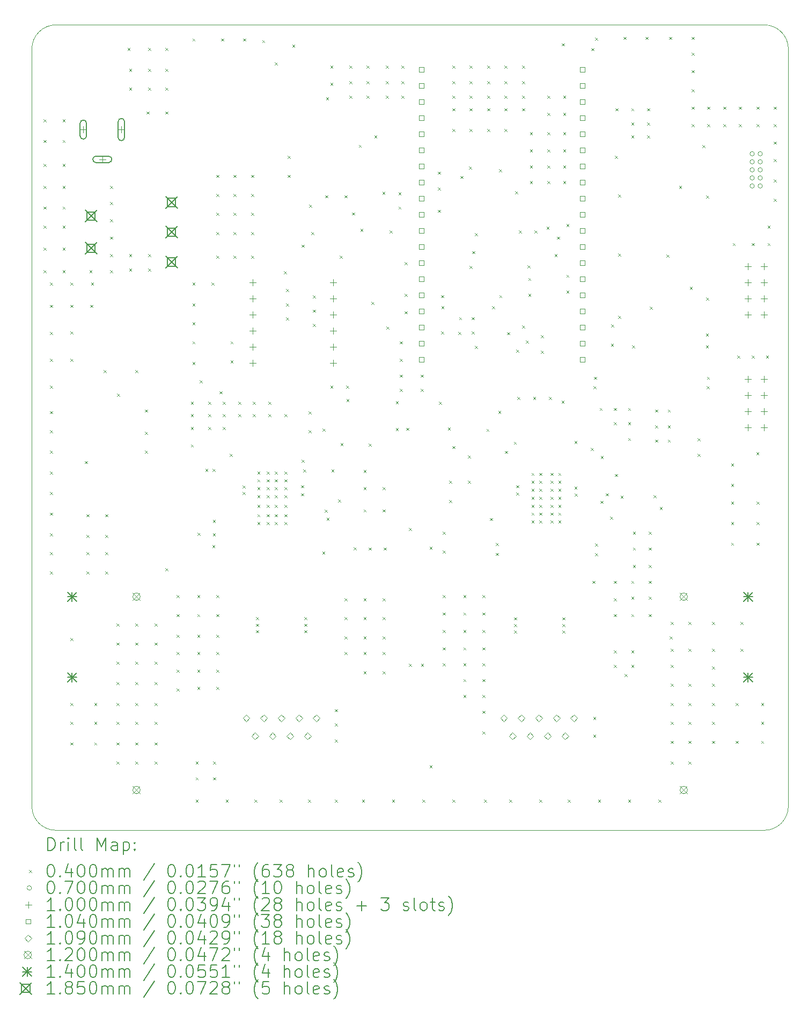
<source format=gbr>
%FSLAX45Y45*%
G04 Gerber Fmt 4.5, Leading zero omitted, Abs format (unit mm)*
G04 Created by KiCad (PCBNEW (6.0.6-0)) date 2024-03-13 21:56:48*
%MOMM*%
%LPD*%
G01*
G04 APERTURE LIST*
%TA.AperFunction,Profile*%
%ADD10C,0.100000*%
%TD*%
%ADD11C,0.200000*%
%ADD12C,0.040000*%
%ADD13C,0.070000*%
%ADD14C,0.100000*%
%ADD15C,0.104000*%
%ADD16C,0.109000*%
%ADD17C,0.120000*%
%ADD18C,0.140000*%
%ADD19C,0.185000*%
G04 APERTURE END LIST*
D10*
X24384000Y-2921000D02*
X24384000Y-14859000D01*
X12827000Y-15240000D02*
X24003000Y-15240000D01*
X12446000Y-2921000D02*
X12446000Y-14859000D01*
X24003000Y-15240000D02*
G75*
G03*
X24384000Y-14859000I0J381000D01*
G01*
X12827000Y-2540000D02*
X24003000Y-2540000D01*
X12446000Y-14859000D02*
G75*
G03*
X12827000Y-15240000I381000J0D01*
G01*
X12827000Y-2540000D02*
G75*
G03*
X12446000Y-2921000I0J-381000D01*
G01*
X24384000Y-2921000D02*
G75*
G03*
X24003000Y-2540000I-381000J0D01*
G01*
D11*
D12*
X12630000Y-4030000D02*
X12670000Y-4070000D01*
X12670000Y-4030000D02*
X12630000Y-4070000D01*
X12630000Y-4355000D02*
X12670000Y-4395000D01*
X12670000Y-4355000D02*
X12630000Y-4395000D01*
X12630000Y-4730000D02*
X12670000Y-4770000D01*
X12670000Y-4730000D02*
X12630000Y-4770000D01*
X12630000Y-5080000D02*
X12670000Y-5120000D01*
X12670000Y-5080000D02*
X12630000Y-5120000D01*
X12630000Y-5405000D02*
X12670000Y-5445000D01*
X12670000Y-5405000D02*
X12630000Y-5445000D01*
X12630000Y-5705000D02*
X12670000Y-5745000D01*
X12670000Y-5705000D02*
X12630000Y-5745000D01*
X12630000Y-6055000D02*
X12670000Y-6095000D01*
X12670000Y-6055000D02*
X12630000Y-6095000D01*
X12630000Y-6405000D02*
X12670000Y-6445000D01*
X12670000Y-6405000D02*
X12630000Y-6445000D01*
X12730000Y-6605000D02*
X12770000Y-6645000D01*
X12770000Y-6605000D02*
X12730000Y-6645000D01*
X12730000Y-6955000D02*
X12770000Y-6995000D01*
X12770000Y-6955000D02*
X12730000Y-6995000D01*
X12730000Y-7380000D02*
X12770000Y-7420000D01*
X12770000Y-7380000D02*
X12730000Y-7420000D01*
X12730000Y-7805000D02*
X12770000Y-7845000D01*
X12770000Y-7805000D02*
X12730000Y-7845000D01*
X12730000Y-8230000D02*
X12770000Y-8270000D01*
X12770000Y-8230000D02*
X12730000Y-8270000D01*
X12730000Y-8630000D02*
X12770000Y-8670000D01*
X12770000Y-8630000D02*
X12730000Y-8670000D01*
X12730000Y-8930000D02*
X12770000Y-8970000D01*
X12770000Y-8930000D02*
X12730000Y-8970000D01*
X12730000Y-9255000D02*
X12770000Y-9295000D01*
X12770000Y-9255000D02*
X12730000Y-9295000D01*
X12730000Y-9580000D02*
X12770000Y-9620000D01*
X12770000Y-9580000D02*
X12730000Y-9620000D01*
X12730000Y-9905000D02*
X12770000Y-9945000D01*
X12770000Y-9905000D02*
X12730000Y-9945000D01*
X12730000Y-10230000D02*
X12770000Y-10270000D01*
X12770000Y-10230000D02*
X12730000Y-10270000D01*
X12730000Y-10555000D02*
X12770000Y-10595000D01*
X12770000Y-10555000D02*
X12730000Y-10595000D01*
X12730000Y-10855000D02*
X12770000Y-10895000D01*
X12770000Y-10855000D02*
X12730000Y-10895000D01*
X12730000Y-11155000D02*
X12770000Y-11195000D01*
X12770000Y-11155000D02*
X12730000Y-11195000D01*
X12930000Y-4030000D02*
X12970000Y-4070000D01*
X12970000Y-4030000D02*
X12930000Y-4070000D01*
X12930000Y-4355000D02*
X12970000Y-4395000D01*
X12970000Y-4355000D02*
X12930000Y-4395000D01*
X12930000Y-4730000D02*
X12970000Y-4770000D01*
X12970000Y-4730000D02*
X12930000Y-4770000D01*
X12930000Y-5080000D02*
X12970000Y-5120000D01*
X12970000Y-5080000D02*
X12930000Y-5120000D01*
X12930000Y-5405000D02*
X12970000Y-5445000D01*
X12970000Y-5405000D02*
X12930000Y-5445000D01*
X12930000Y-5705000D02*
X12970000Y-5745000D01*
X12970000Y-5705000D02*
X12930000Y-5745000D01*
X12930000Y-6055000D02*
X12970000Y-6095000D01*
X12970000Y-6055000D02*
X12930000Y-6095000D01*
X12930000Y-6405000D02*
X12970000Y-6445000D01*
X12970000Y-6405000D02*
X12930000Y-6445000D01*
X13052573Y-7374787D02*
X13092573Y-7414787D01*
X13092573Y-7374787D02*
X13052573Y-7414787D01*
X13055000Y-6605000D02*
X13095000Y-6645000D01*
X13095000Y-6605000D02*
X13055000Y-6645000D01*
X13055000Y-6955000D02*
X13095000Y-6995000D01*
X13095000Y-6955000D02*
X13055000Y-6995000D01*
X13055000Y-7805000D02*
X13095000Y-7845000D01*
X13095000Y-7805000D02*
X13055000Y-7845000D01*
X13055000Y-12205000D02*
X13095000Y-12245000D01*
X13095000Y-12205000D02*
X13055000Y-12245000D01*
X13055000Y-13230000D02*
X13095000Y-13270000D01*
X13095000Y-13230000D02*
X13055000Y-13270000D01*
X13055000Y-13530000D02*
X13095000Y-13570000D01*
X13095000Y-13530000D02*
X13055000Y-13570000D01*
X13055000Y-13855000D02*
X13095000Y-13895000D01*
X13095000Y-13855000D02*
X13055000Y-13895000D01*
X13285000Y-9418000D02*
X13325000Y-9458000D01*
X13325000Y-9418000D02*
X13285000Y-9458000D01*
X13305000Y-10255000D02*
X13345000Y-10295000D01*
X13345000Y-10255000D02*
X13305000Y-10295000D01*
X13305000Y-10580000D02*
X13345000Y-10620000D01*
X13345000Y-10580000D02*
X13305000Y-10620000D01*
X13305000Y-10855000D02*
X13345000Y-10895000D01*
X13345000Y-10855000D02*
X13305000Y-10895000D01*
X13305000Y-11155000D02*
X13345000Y-11195000D01*
X13345000Y-11155000D02*
X13305000Y-11195000D01*
X13355000Y-6405000D02*
X13395000Y-6445000D01*
X13395000Y-6405000D02*
X13355000Y-6445000D01*
X13369000Y-6955000D02*
X13409000Y-6995000D01*
X13409000Y-6955000D02*
X13369000Y-6995000D01*
X13380000Y-6605000D02*
X13420000Y-6645000D01*
X13420000Y-6605000D02*
X13380000Y-6645000D01*
X13430000Y-13230000D02*
X13470000Y-13270000D01*
X13470000Y-13230000D02*
X13430000Y-13270000D01*
X13430000Y-13530000D02*
X13470000Y-13570000D01*
X13470000Y-13530000D02*
X13430000Y-13570000D01*
X13430000Y-13855000D02*
X13470000Y-13895000D01*
X13470000Y-13855000D02*
X13430000Y-13895000D01*
X13580000Y-7980000D02*
X13620000Y-8020000D01*
X13620000Y-7980000D02*
X13580000Y-8020000D01*
X13605000Y-10255000D02*
X13645000Y-10295000D01*
X13645000Y-10255000D02*
X13605000Y-10295000D01*
X13605000Y-10580000D02*
X13645000Y-10620000D01*
X13645000Y-10580000D02*
X13605000Y-10620000D01*
X13605000Y-10855000D02*
X13645000Y-10895000D01*
X13645000Y-10855000D02*
X13605000Y-10895000D01*
X13605000Y-11155000D02*
X13645000Y-11195000D01*
X13645000Y-11155000D02*
X13605000Y-11195000D01*
X13680000Y-5080000D02*
X13720000Y-5120000D01*
X13720000Y-5080000D02*
X13680000Y-5120000D01*
X13680000Y-5330000D02*
X13720000Y-5370000D01*
X13720000Y-5330000D02*
X13680000Y-5370000D01*
X13680000Y-5605000D02*
X13720000Y-5645000D01*
X13720000Y-5605000D02*
X13680000Y-5645000D01*
X13680000Y-5880000D02*
X13720000Y-5920000D01*
X13720000Y-5880000D02*
X13680000Y-5920000D01*
X13680000Y-6155000D02*
X13720000Y-6195000D01*
X13720000Y-6155000D02*
X13680000Y-6195000D01*
X13680000Y-6405000D02*
X13720000Y-6445000D01*
X13720000Y-6405000D02*
X13680000Y-6445000D01*
X13780000Y-11980000D02*
X13820000Y-12020000D01*
X13820000Y-11980000D02*
X13780000Y-12020000D01*
X13780000Y-12280000D02*
X13820000Y-12320000D01*
X13820000Y-12280000D02*
X13780000Y-12320000D01*
X13780000Y-12580000D02*
X13820000Y-12620000D01*
X13820000Y-12580000D02*
X13780000Y-12620000D01*
X13780000Y-12905000D02*
X13820000Y-12945000D01*
X13820000Y-12905000D02*
X13780000Y-12945000D01*
X13780000Y-13230000D02*
X13820000Y-13270000D01*
X13820000Y-13230000D02*
X13780000Y-13270000D01*
X13780000Y-13530000D02*
X13820000Y-13570000D01*
X13820000Y-13530000D02*
X13780000Y-13570000D01*
X13780000Y-13855000D02*
X13820000Y-13895000D01*
X13820000Y-13855000D02*
X13780000Y-13895000D01*
X13780000Y-14155000D02*
X13820000Y-14195000D01*
X13820000Y-14155000D02*
X13780000Y-14195000D01*
X13791000Y-8354000D02*
X13831000Y-8394000D01*
X13831000Y-8354000D02*
X13791000Y-8394000D01*
X13955000Y-2905000D02*
X13995000Y-2945000D01*
X13995000Y-2905000D02*
X13955000Y-2945000D01*
X13980000Y-3230000D02*
X14020000Y-3270000D01*
X14020000Y-3230000D02*
X13980000Y-3270000D01*
X13980000Y-3530000D02*
X14020000Y-3570000D01*
X14020000Y-3530000D02*
X13980000Y-3570000D01*
X13980000Y-6155000D02*
X14020000Y-6195000D01*
X14020000Y-6155000D02*
X13980000Y-6195000D01*
X13980000Y-6380000D02*
X14020000Y-6420000D01*
X14020000Y-6380000D02*
X13980000Y-6420000D01*
X14080000Y-7980000D02*
X14120000Y-8020000D01*
X14120000Y-7980000D02*
X14080000Y-8020000D01*
X14080000Y-11980000D02*
X14120000Y-12020000D01*
X14120000Y-11980000D02*
X14080000Y-12020000D01*
X14080000Y-12280000D02*
X14120000Y-12320000D01*
X14120000Y-12280000D02*
X14080000Y-12320000D01*
X14080000Y-12580000D02*
X14120000Y-12620000D01*
X14120000Y-12580000D02*
X14080000Y-12620000D01*
X14080000Y-12905000D02*
X14120000Y-12945000D01*
X14120000Y-12905000D02*
X14080000Y-12945000D01*
X14080000Y-13230000D02*
X14120000Y-13270000D01*
X14120000Y-13230000D02*
X14080000Y-13270000D01*
X14080000Y-13530000D02*
X14120000Y-13570000D01*
X14120000Y-13530000D02*
X14080000Y-13570000D01*
X14080000Y-13855000D02*
X14120000Y-13895000D01*
X14120000Y-13855000D02*
X14080000Y-13895000D01*
X14080000Y-14155000D02*
X14120000Y-14195000D01*
X14120000Y-14155000D02*
X14080000Y-14195000D01*
X14230000Y-8605000D02*
X14270000Y-8645000D01*
X14270000Y-8605000D02*
X14230000Y-8645000D01*
X14230000Y-8955000D02*
X14270000Y-8995000D01*
X14270000Y-8955000D02*
X14230000Y-8995000D01*
X14230000Y-9255000D02*
X14270000Y-9295000D01*
X14270000Y-9255000D02*
X14230000Y-9295000D01*
X14255000Y-3905000D02*
X14295000Y-3945000D01*
X14295000Y-3905000D02*
X14255000Y-3945000D01*
X14280000Y-2905000D02*
X14320000Y-2945000D01*
X14320000Y-2905000D02*
X14280000Y-2945000D01*
X14280000Y-3230000D02*
X14320000Y-3270000D01*
X14320000Y-3230000D02*
X14280000Y-3270000D01*
X14280000Y-3530000D02*
X14320000Y-3570000D01*
X14320000Y-3530000D02*
X14280000Y-3570000D01*
X14280000Y-6155000D02*
X14320000Y-6195000D01*
X14320000Y-6155000D02*
X14280000Y-6195000D01*
X14280000Y-6380000D02*
X14320000Y-6420000D01*
X14320000Y-6380000D02*
X14280000Y-6420000D01*
X14380000Y-11980000D02*
X14420000Y-12020000D01*
X14420000Y-11980000D02*
X14380000Y-12020000D01*
X14380000Y-12280000D02*
X14420000Y-12320000D01*
X14420000Y-12280000D02*
X14380000Y-12320000D01*
X14380000Y-12580000D02*
X14420000Y-12620000D01*
X14420000Y-12580000D02*
X14380000Y-12620000D01*
X14380000Y-12905000D02*
X14420000Y-12945000D01*
X14420000Y-12905000D02*
X14380000Y-12945000D01*
X14380000Y-13230000D02*
X14420000Y-13270000D01*
X14420000Y-13230000D02*
X14380000Y-13270000D01*
X14380000Y-13530000D02*
X14420000Y-13570000D01*
X14420000Y-13530000D02*
X14380000Y-13570000D01*
X14380000Y-13855000D02*
X14420000Y-13895000D01*
X14420000Y-13855000D02*
X14380000Y-13895000D01*
X14380000Y-14155000D02*
X14420000Y-14195000D01*
X14420000Y-14155000D02*
X14380000Y-14195000D01*
X14555000Y-2905000D02*
X14595000Y-2945000D01*
X14595000Y-2905000D02*
X14555000Y-2945000D01*
X14555000Y-3230000D02*
X14595000Y-3270000D01*
X14595000Y-3230000D02*
X14555000Y-3270000D01*
X14555000Y-3530000D02*
X14595000Y-3570000D01*
X14595000Y-3530000D02*
X14555000Y-3570000D01*
X14555000Y-3905000D02*
X14595000Y-3945000D01*
X14595000Y-3905000D02*
X14555000Y-3945000D01*
X14555000Y-11105000D02*
X14595000Y-11145000D01*
X14595000Y-11105000D02*
X14555000Y-11145000D01*
X14730000Y-11530000D02*
X14770000Y-11570000D01*
X14770000Y-11530000D02*
X14730000Y-11570000D01*
X14730000Y-11830000D02*
X14770000Y-11870000D01*
X14770000Y-11830000D02*
X14730000Y-11870000D01*
X14730000Y-12155000D02*
X14770000Y-12195000D01*
X14770000Y-12155000D02*
X14730000Y-12195000D01*
X14730000Y-12430000D02*
X14770000Y-12470000D01*
X14770000Y-12430000D02*
X14730000Y-12470000D01*
X14730000Y-12705000D02*
X14770000Y-12745000D01*
X14770000Y-12705000D02*
X14730000Y-12745000D01*
X14730000Y-13005000D02*
X14770000Y-13045000D01*
X14770000Y-13005000D02*
X14730000Y-13045000D01*
X14955000Y-8480000D02*
X14995000Y-8520000D01*
X14995000Y-8480000D02*
X14955000Y-8520000D01*
X14955000Y-8680000D02*
X14995000Y-8720000D01*
X14995000Y-8680000D02*
X14955000Y-8720000D01*
X14955000Y-8880000D02*
X14995000Y-8920000D01*
X14995000Y-8880000D02*
X14955000Y-8920000D01*
X14955000Y-9155000D02*
X14995000Y-9195000D01*
X14995000Y-9155000D02*
X14955000Y-9195000D01*
X14980000Y-2755000D02*
X15020000Y-2795000D01*
X15020000Y-2755000D02*
X14980000Y-2795000D01*
X14980000Y-6605000D02*
X15020000Y-6645000D01*
X15020000Y-6605000D02*
X14980000Y-6645000D01*
X14980000Y-6930000D02*
X15020000Y-6970000D01*
X15020000Y-6930000D02*
X14980000Y-6970000D01*
X14980000Y-7230000D02*
X15020000Y-7270000D01*
X15020000Y-7230000D02*
X14980000Y-7270000D01*
X14980000Y-7530000D02*
X15020000Y-7570000D01*
X15020000Y-7530000D02*
X14980000Y-7570000D01*
X14980000Y-7855000D02*
X15020000Y-7895000D01*
X15020000Y-7855000D02*
X14980000Y-7895000D01*
X15030000Y-14155000D02*
X15070000Y-14195000D01*
X15070000Y-14155000D02*
X15030000Y-14195000D01*
X15030000Y-14405000D02*
X15070000Y-14445000D01*
X15070000Y-14405000D02*
X15030000Y-14445000D01*
X15030000Y-14755000D02*
X15070000Y-14795000D01*
X15070000Y-14755000D02*
X15030000Y-14795000D01*
X15055000Y-11530000D02*
X15095000Y-11570000D01*
X15095000Y-11530000D02*
X15055000Y-11570000D01*
X15055000Y-11830000D02*
X15095000Y-11870000D01*
X15095000Y-11830000D02*
X15055000Y-11870000D01*
X15055000Y-12155000D02*
X15095000Y-12195000D01*
X15095000Y-12155000D02*
X15055000Y-12195000D01*
X15055000Y-12430000D02*
X15095000Y-12470000D01*
X15095000Y-12430000D02*
X15055000Y-12470000D01*
X15055000Y-12705000D02*
X15095000Y-12745000D01*
X15095000Y-12705000D02*
X15055000Y-12745000D01*
X15055000Y-12980000D02*
X15095000Y-13020000D01*
X15095000Y-12980000D02*
X15055000Y-13020000D01*
X15062520Y-10548940D02*
X15102520Y-10588940D01*
X15102520Y-10548940D02*
X15062520Y-10588940D01*
X15095100Y-8146100D02*
X15135100Y-8186100D01*
X15135100Y-8146100D02*
X15095100Y-8186100D01*
X15181900Y-9543100D02*
X15221900Y-9583100D01*
X15221900Y-9543100D02*
X15181900Y-9583100D01*
X15230000Y-8480000D02*
X15270000Y-8520000D01*
X15270000Y-8480000D02*
X15230000Y-8520000D01*
X15230000Y-8680000D02*
X15270000Y-8720000D01*
X15270000Y-8680000D02*
X15230000Y-8720000D01*
X15230000Y-8880000D02*
X15270000Y-8920000D01*
X15270000Y-8880000D02*
X15230000Y-8920000D01*
X15280000Y-6605000D02*
X15320000Y-6645000D01*
X15320000Y-6605000D02*
X15280000Y-6645000D01*
X15293660Y-10744520D02*
X15333660Y-10784520D01*
X15333660Y-10744520D02*
X15293660Y-10784520D01*
X15296200Y-9543100D02*
X15336200Y-9583100D01*
X15336200Y-9543100D02*
X15296200Y-9583100D01*
X15301280Y-10343200D02*
X15341280Y-10383200D01*
X15341280Y-10343200D02*
X15301280Y-10383200D01*
X15301280Y-10554020D02*
X15341280Y-10594020D01*
X15341280Y-10554020D02*
X15301280Y-10594020D01*
X15305000Y-14155000D02*
X15345000Y-14195000D01*
X15345000Y-14155000D02*
X15305000Y-14195000D01*
X15305000Y-14405000D02*
X15345000Y-14445000D01*
X15345000Y-14405000D02*
X15305000Y-14445000D01*
X15355000Y-4905000D02*
X15395000Y-4945000D01*
X15395000Y-4905000D02*
X15355000Y-4945000D01*
X15355000Y-5205000D02*
X15395000Y-5245000D01*
X15395000Y-5205000D02*
X15355000Y-5245000D01*
X15355000Y-5505000D02*
X15395000Y-5545000D01*
X15395000Y-5505000D02*
X15355000Y-5545000D01*
X15355000Y-5805000D02*
X15395000Y-5845000D01*
X15395000Y-5805000D02*
X15355000Y-5845000D01*
X15355000Y-6180000D02*
X15395000Y-6220000D01*
X15395000Y-6180000D02*
X15355000Y-6220000D01*
X15355000Y-11530000D02*
X15395000Y-11570000D01*
X15395000Y-11530000D02*
X15355000Y-11570000D01*
X15355000Y-11830000D02*
X15395000Y-11870000D01*
X15395000Y-11830000D02*
X15355000Y-11870000D01*
X15355000Y-12155000D02*
X15395000Y-12195000D01*
X15395000Y-12155000D02*
X15355000Y-12195000D01*
X15355000Y-12430000D02*
X15395000Y-12470000D01*
X15395000Y-12430000D02*
X15355000Y-12470000D01*
X15355000Y-12705000D02*
X15395000Y-12745000D01*
X15395000Y-12705000D02*
X15355000Y-12745000D01*
X15355000Y-12980000D02*
X15395000Y-13020000D01*
X15395000Y-12980000D02*
X15355000Y-13020000D01*
X15410000Y-8317000D02*
X15450000Y-8357000D01*
X15450000Y-8317000D02*
X15410000Y-8357000D01*
X15430000Y-2755000D02*
X15470000Y-2795000D01*
X15470000Y-2755000D02*
X15430000Y-2795000D01*
X15455000Y-8480000D02*
X15495000Y-8520000D01*
X15495000Y-8480000D02*
X15455000Y-8520000D01*
X15455000Y-8680000D02*
X15495000Y-8720000D01*
X15495000Y-8680000D02*
X15455000Y-8720000D01*
X15455000Y-8880000D02*
X15495000Y-8920000D01*
X15495000Y-8880000D02*
X15455000Y-8920000D01*
X15505000Y-14755000D02*
X15545000Y-14795000D01*
X15545000Y-14755000D02*
X15505000Y-14795000D01*
X15567980Y-9304340D02*
X15607980Y-9344340D01*
X15607980Y-9304340D02*
X15567980Y-9344340D01*
X15580000Y-7530000D02*
X15620000Y-7570000D01*
X15620000Y-7530000D02*
X15580000Y-7570000D01*
X15580000Y-7830000D02*
X15620000Y-7870000D01*
X15620000Y-7830000D02*
X15580000Y-7870000D01*
X15630000Y-4905000D02*
X15670000Y-4945000D01*
X15670000Y-4905000D02*
X15630000Y-4945000D01*
X15630000Y-5205000D02*
X15670000Y-5245000D01*
X15670000Y-5205000D02*
X15630000Y-5245000D01*
X15630000Y-5505000D02*
X15670000Y-5545000D01*
X15670000Y-5505000D02*
X15630000Y-5545000D01*
X15630000Y-5805000D02*
X15670000Y-5845000D01*
X15670000Y-5805000D02*
X15630000Y-5845000D01*
X15630000Y-6180000D02*
X15670000Y-6220000D01*
X15670000Y-6180000D02*
X15630000Y-6220000D01*
X15705000Y-8480000D02*
X15745000Y-8520000D01*
X15745000Y-8480000D02*
X15705000Y-8520000D01*
X15705000Y-8680000D02*
X15745000Y-8720000D01*
X15745000Y-8680000D02*
X15705000Y-8720000D01*
X15768640Y-9903780D02*
X15808640Y-9943780D01*
X15808640Y-9903780D02*
X15768640Y-9943780D01*
X15770000Y-9805000D02*
X15810000Y-9845000D01*
X15810000Y-9805000D02*
X15770000Y-9845000D01*
X15780000Y-2755000D02*
X15820000Y-2795000D01*
X15820000Y-2755000D02*
X15780000Y-2795000D01*
X15905000Y-4905000D02*
X15945000Y-4945000D01*
X15945000Y-4905000D02*
X15905000Y-4945000D01*
X15905000Y-5205000D02*
X15945000Y-5245000D01*
X15945000Y-5205000D02*
X15905000Y-5245000D01*
X15905000Y-5505000D02*
X15945000Y-5545000D01*
X15945000Y-5505000D02*
X15905000Y-5545000D01*
X15905000Y-5805000D02*
X15945000Y-5845000D01*
X15945000Y-5805000D02*
X15905000Y-5845000D01*
X15905000Y-6180000D02*
X15945000Y-6220000D01*
X15945000Y-6180000D02*
X15905000Y-6220000D01*
X15930000Y-8480000D02*
X15970000Y-8520000D01*
X15970000Y-8480000D02*
X15930000Y-8520000D01*
X15930000Y-8680000D02*
X15970000Y-8720000D01*
X15970000Y-8680000D02*
X15930000Y-8720000D01*
X15955000Y-14755000D02*
X15995000Y-14795000D01*
X15995000Y-14755000D02*
X15955000Y-14795000D01*
X15980000Y-11880000D02*
X16020000Y-11920000D01*
X16020000Y-11880000D02*
X15980000Y-11920000D01*
X15980000Y-11983500D02*
X16020000Y-12023500D01*
X16020000Y-11983500D02*
X15980000Y-12023500D01*
X15980000Y-12085100D02*
X16020000Y-12125100D01*
X16020000Y-12085100D02*
X15980000Y-12125100D01*
X16005000Y-9580000D02*
X16045000Y-9620000D01*
X16045000Y-9580000D02*
X16005000Y-9620000D01*
X16005000Y-9705000D02*
X16045000Y-9745000D01*
X16045000Y-9705000D02*
X16005000Y-9745000D01*
X16005000Y-9830000D02*
X16045000Y-9870000D01*
X16045000Y-9830000D02*
X16005000Y-9870000D01*
X16005000Y-9955000D02*
X16045000Y-9995000D01*
X16045000Y-9955000D02*
X16005000Y-9995000D01*
X16005000Y-10105000D02*
X16045000Y-10145000D01*
X16045000Y-10105000D02*
X16005000Y-10145000D01*
X16005000Y-10255000D02*
X16045000Y-10295000D01*
X16045000Y-10255000D02*
X16005000Y-10295000D01*
X16005000Y-10380000D02*
X16045000Y-10420000D01*
X16045000Y-10380000D02*
X16005000Y-10420000D01*
X16080000Y-2780000D02*
X16120000Y-2820000D01*
X16120000Y-2780000D02*
X16080000Y-2820000D01*
X16155000Y-9580000D02*
X16195000Y-9620000D01*
X16195000Y-9580000D02*
X16155000Y-9620000D01*
X16155000Y-9705000D02*
X16195000Y-9745000D01*
X16195000Y-9705000D02*
X16155000Y-9745000D01*
X16155000Y-9830000D02*
X16195000Y-9870000D01*
X16195000Y-9830000D02*
X16155000Y-9870000D01*
X16155000Y-9955000D02*
X16195000Y-9995000D01*
X16195000Y-9955000D02*
X16155000Y-9995000D01*
X16155000Y-10105000D02*
X16195000Y-10145000D01*
X16195000Y-10105000D02*
X16155000Y-10145000D01*
X16155000Y-10255000D02*
X16195000Y-10295000D01*
X16195000Y-10255000D02*
X16155000Y-10295000D01*
X16155000Y-10380000D02*
X16195000Y-10420000D01*
X16195000Y-10380000D02*
X16155000Y-10420000D01*
X16180000Y-8480000D02*
X16220000Y-8520000D01*
X16220000Y-8480000D02*
X16180000Y-8520000D01*
X16180000Y-8680000D02*
X16220000Y-8720000D01*
X16220000Y-8680000D02*
X16180000Y-8720000D01*
X16280000Y-3130000D02*
X16320000Y-3170000D01*
X16320000Y-3130000D02*
X16280000Y-3170000D01*
X16280000Y-9580000D02*
X16320000Y-9620000D01*
X16320000Y-9580000D02*
X16280000Y-9620000D01*
X16280000Y-9705000D02*
X16320000Y-9745000D01*
X16320000Y-9705000D02*
X16280000Y-9745000D01*
X16280000Y-9830000D02*
X16320000Y-9870000D01*
X16320000Y-9830000D02*
X16280000Y-9870000D01*
X16280000Y-9955000D02*
X16320000Y-9995000D01*
X16320000Y-9955000D02*
X16280000Y-9995000D01*
X16280000Y-10105000D02*
X16320000Y-10145000D01*
X16320000Y-10105000D02*
X16280000Y-10145000D01*
X16280000Y-10255000D02*
X16320000Y-10295000D01*
X16320000Y-10255000D02*
X16280000Y-10295000D01*
X16280000Y-10380000D02*
X16320000Y-10420000D01*
X16320000Y-10380000D02*
X16280000Y-10420000D01*
X16355000Y-14755000D02*
X16395000Y-14795000D01*
X16395000Y-14755000D02*
X16355000Y-14795000D01*
X16424000Y-6425000D02*
X16464000Y-6465000D01*
X16464000Y-6425000D02*
X16424000Y-6465000D01*
X16430000Y-8680000D02*
X16470000Y-8720000D01*
X16470000Y-8680000D02*
X16430000Y-8720000D01*
X16430000Y-9580000D02*
X16470000Y-9620000D01*
X16470000Y-9580000D02*
X16430000Y-9620000D01*
X16430000Y-9705000D02*
X16470000Y-9745000D01*
X16470000Y-9705000D02*
X16430000Y-9745000D01*
X16430000Y-9830000D02*
X16470000Y-9870000D01*
X16470000Y-9830000D02*
X16430000Y-9870000D01*
X16430000Y-9955000D02*
X16470000Y-9995000D01*
X16470000Y-9955000D02*
X16430000Y-9995000D01*
X16430000Y-10105000D02*
X16470000Y-10145000D01*
X16470000Y-10105000D02*
X16430000Y-10145000D01*
X16430000Y-10255000D02*
X16470000Y-10295000D01*
X16470000Y-10255000D02*
X16430000Y-10295000D01*
X16430000Y-10380000D02*
X16470000Y-10420000D01*
X16470000Y-10380000D02*
X16430000Y-10420000D01*
X16455000Y-6705000D02*
X16495000Y-6745000D01*
X16495000Y-6705000D02*
X16455000Y-6745000D01*
X16455000Y-6930000D02*
X16495000Y-6970000D01*
X16495000Y-6930000D02*
X16455000Y-6970000D01*
X16455000Y-7155000D02*
X16495000Y-7195000D01*
X16495000Y-7155000D02*
X16455000Y-7195000D01*
X16480000Y-4605000D02*
X16520000Y-4645000D01*
X16520000Y-4605000D02*
X16480000Y-4645000D01*
X16480000Y-4905000D02*
X16520000Y-4945000D01*
X16520000Y-4905000D02*
X16480000Y-4945000D01*
X16555000Y-2855000D02*
X16595000Y-2895000D01*
X16595000Y-2855000D02*
X16555000Y-2895000D01*
X16695000Y-9925000D02*
X16735000Y-9965000D01*
X16735000Y-9925000D02*
X16695000Y-9965000D01*
X16695740Y-9800000D02*
X16735740Y-9840000D01*
X16735740Y-9800000D02*
X16695740Y-9840000D01*
X16702500Y-9397500D02*
X16742500Y-9437500D01*
X16742500Y-9397500D02*
X16702500Y-9437500D01*
X16705000Y-6005000D02*
X16745000Y-6045000D01*
X16745000Y-6005000D02*
X16705000Y-6045000D01*
X16728760Y-9548180D02*
X16768760Y-9588180D01*
X16768760Y-9548180D02*
X16728760Y-9588180D01*
X16742000Y-11880000D02*
X16782000Y-11920000D01*
X16782000Y-11880000D02*
X16742000Y-11920000D01*
X16742000Y-11983500D02*
X16782000Y-12023500D01*
X16782000Y-11983500D02*
X16742000Y-12023500D01*
X16742000Y-12085100D02*
X16782000Y-12125100D01*
X16782000Y-12085100D02*
X16742000Y-12125100D01*
X16805000Y-14755000D02*
X16845000Y-14795000D01*
X16845000Y-14755000D02*
X16805000Y-14795000D01*
X16810000Y-8636000D02*
X16850000Y-8676000D01*
X16850000Y-8636000D02*
X16810000Y-8676000D01*
X16810000Y-8930000D02*
X16850000Y-8970000D01*
X16850000Y-8930000D02*
X16810000Y-8970000D01*
X16820200Y-5377500D02*
X16860200Y-5417500D01*
X16860200Y-5377500D02*
X16820200Y-5417500D01*
X16855000Y-5805000D02*
X16895000Y-5845000D01*
X16895000Y-5805000D02*
X16855000Y-5845000D01*
X16880000Y-6805000D02*
X16920000Y-6845000D01*
X16920000Y-6805000D02*
X16880000Y-6845000D01*
X16880000Y-7030000D02*
X16920000Y-7070000D01*
X16920000Y-7030000D02*
X16880000Y-7070000D01*
X16880000Y-7255000D02*
X16920000Y-7295000D01*
X16920000Y-7255000D02*
X16880000Y-7295000D01*
X17028480Y-10843580D02*
X17068480Y-10883580D01*
X17068480Y-10843580D02*
X17028480Y-10883580D01*
X17030000Y-8905000D02*
X17070000Y-8945000D01*
X17070000Y-8905000D02*
X17030000Y-8945000D01*
X17067000Y-10186000D02*
X17107000Y-10226000D01*
X17107000Y-10186000D02*
X17067000Y-10226000D01*
X17076000Y-5228000D02*
X17116000Y-5268000D01*
X17116000Y-5228000D02*
X17076000Y-5268000D01*
X17086900Y-3681900D02*
X17126900Y-3721900D01*
X17126900Y-3681900D02*
X17086900Y-3721900D01*
X17096000Y-10313000D02*
X17136000Y-10353000D01*
X17136000Y-10313000D02*
X17096000Y-10353000D01*
X17155000Y-3180000D02*
X17195000Y-3220000D01*
X17195000Y-3180000D02*
X17155000Y-3220000D01*
X17155000Y-3455000D02*
X17195000Y-3495000D01*
X17195000Y-3455000D02*
X17155000Y-3495000D01*
X17155000Y-8230000D02*
X17195000Y-8270000D01*
X17195000Y-8230000D02*
X17155000Y-8270000D01*
X17173260Y-9550720D02*
X17213260Y-9590720D01*
X17213260Y-9550720D02*
X17173260Y-9590720D01*
X17230000Y-13330000D02*
X17270000Y-13370000D01*
X17270000Y-13330000D02*
X17230000Y-13370000D01*
X17230000Y-13555000D02*
X17270000Y-13595000D01*
X17270000Y-13555000D02*
X17230000Y-13595000D01*
X17230000Y-13805000D02*
X17270000Y-13845000D01*
X17270000Y-13805000D02*
X17230000Y-13845000D01*
X17230000Y-14755000D02*
X17270000Y-14795000D01*
X17270000Y-14755000D02*
X17230000Y-14795000D01*
X17280000Y-10026000D02*
X17320000Y-10066000D01*
X17320000Y-10026000D02*
X17280000Y-10066000D01*
X17305000Y-6180000D02*
X17345000Y-6220000D01*
X17345000Y-6180000D02*
X17305000Y-6220000D01*
X17316000Y-9137000D02*
X17356000Y-9177000D01*
X17356000Y-9137000D02*
X17316000Y-9177000D01*
X17380000Y-5228000D02*
X17420000Y-5268000D01*
X17420000Y-5228000D02*
X17380000Y-5268000D01*
X17380000Y-11580000D02*
X17420000Y-11620000D01*
X17420000Y-11580000D02*
X17380000Y-11620000D01*
X17380000Y-11880000D02*
X17420000Y-11920000D01*
X17420000Y-11880000D02*
X17380000Y-11920000D01*
X17380000Y-12180000D02*
X17420000Y-12220000D01*
X17420000Y-12180000D02*
X17380000Y-12220000D01*
X17380000Y-12430000D02*
X17420000Y-12470000D01*
X17420000Y-12430000D02*
X17380000Y-12470000D01*
X17405000Y-8230000D02*
X17445000Y-8270000D01*
X17445000Y-8230000D02*
X17405000Y-8270000D01*
X17410000Y-8440000D02*
X17450000Y-8480000D01*
X17450000Y-8440000D02*
X17410000Y-8480000D01*
X17455000Y-3180000D02*
X17495000Y-3220000D01*
X17495000Y-3180000D02*
X17455000Y-3220000D01*
X17455000Y-3430000D02*
X17495000Y-3470000D01*
X17495000Y-3430000D02*
X17455000Y-3470000D01*
X17455000Y-3655000D02*
X17495000Y-3695000D01*
X17495000Y-3655000D02*
X17455000Y-3695000D01*
X17501150Y-5496850D02*
X17541150Y-5536850D01*
X17541150Y-5496850D02*
X17501150Y-5536850D01*
X17523780Y-10775000D02*
X17563780Y-10815000D01*
X17563780Y-10775000D02*
X17523780Y-10815000D01*
X17605000Y-4430000D02*
X17645000Y-4470000D01*
X17645000Y-4430000D02*
X17605000Y-4470000D01*
X17630000Y-5755000D02*
X17670000Y-5795000D01*
X17670000Y-5755000D02*
X17630000Y-5795000D01*
X17655000Y-14755000D02*
X17695000Y-14795000D01*
X17695000Y-14755000D02*
X17655000Y-14795000D01*
X17680000Y-9555000D02*
X17720000Y-9595000D01*
X17720000Y-9555000D02*
X17680000Y-9595000D01*
X17680000Y-9830000D02*
X17720000Y-9870000D01*
X17720000Y-9830000D02*
X17680000Y-9870000D01*
X17680000Y-10180000D02*
X17720000Y-10220000D01*
X17720000Y-10180000D02*
X17680000Y-10220000D01*
X17680000Y-11580000D02*
X17720000Y-11620000D01*
X17720000Y-11580000D02*
X17680000Y-11620000D01*
X17680000Y-11880000D02*
X17720000Y-11920000D01*
X17720000Y-11880000D02*
X17680000Y-11920000D01*
X17680000Y-12180000D02*
X17720000Y-12220000D01*
X17720000Y-12180000D02*
X17680000Y-12220000D01*
X17680000Y-12430000D02*
X17720000Y-12470000D01*
X17720000Y-12430000D02*
X17680000Y-12470000D01*
X17680000Y-12730000D02*
X17720000Y-12770000D01*
X17720000Y-12730000D02*
X17680000Y-12770000D01*
X17730000Y-3180000D02*
X17770000Y-3220000D01*
X17770000Y-3180000D02*
X17730000Y-3220000D01*
X17730000Y-3430000D02*
X17770000Y-3470000D01*
X17770000Y-3430000D02*
X17730000Y-3470000D01*
X17730000Y-3655000D02*
X17770000Y-3695000D01*
X17770000Y-3655000D02*
X17730000Y-3695000D01*
X17760000Y-10780000D02*
X17800000Y-10820000D01*
X17800000Y-10780000D02*
X17760000Y-10820000D01*
X17763000Y-9140000D02*
X17803000Y-9180000D01*
X17803000Y-9140000D02*
X17763000Y-9180000D01*
X17802500Y-6907500D02*
X17842500Y-6947500D01*
X17842500Y-6907500D02*
X17802500Y-6947500D01*
X17848900Y-4285300D02*
X17888900Y-4325300D01*
X17888900Y-4285300D02*
X17848900Y-4325300D01*
X17975900Y-5174300D02*
X18015900Y-5214300D01*
X18015900Y-5174300D02*
X17975900Y-5214300D01*
X17980000Y-9830000D02*
X18020000Y-9870000D01*
X18020000Y-9830000D02*
X17980000Y-9870000D01*
X17980000Y-10180000D02*
X18020000Y-10220000D01*
X18020000Y-10180000D02*
X17980000Y-10220000D01*
X17980000Y-11580000D02*
X18020000Y-11620000D01*
X18020000Y-11580000D02*
X17980000Y-11620000D01*
X17980000Y-11880000D02*
X18020000Y-11920000D01*
X18020000Y-11880000D02*
X17980000Y-11920000D01*
X17980000Y-12180000D02*
X18020000Y-12220000D01*
X18020000Y-12180000D02*
X17980000Y-12220000D01*
X17980000Y-12430000D02*
X18020000Y-12470000D01*
X18020000Y-12430000D02*
X17980000Y-12470000D01*
X17980000Y-12730000D02*
X18020000Y-12770000D01*
X18020000Y-12730000D02*
X17980000Y-12770000D01*
X18000000Y-10780000D02*
X18040000Y-10820000D01*
X18040000Y-10780000D02*
X18000000Y-10820000D01*
X18030000Y-3180000D02*
X18070000Y-3220000D01*
X18070000Y-3180000D02*
X18030000Y-3220000D01*
X18030000Y-3430000D02*
X18070000Y-3470000D01*
X18070000Y-3430000D02*
X18030000Y-3470000D01*
X18030000Y-3655000D02*
X18070000Y-3695000D01*
X18070000Y-3655000D02*
X18030000Y-3695000D01*
X18039400Y-7295200D02*
X18079400Y-7335200D01*
X18079400Y-7295200D02*
X18039400Y-7335200D01*
X18090200Y-5783900D02*
X18130200Y-5823900D01*
X18130200Y-5783900D02*
X18090200Y-5823900D01*
X18130000Y-14755000D02*
X18170000Y-14795000D01*
X18170000Y-14755000D02*
X18130000Y-14795000D01*
X18188000Y-8475000D02*
X18228000Y-8515000D01*
X18228000Y-8475000D02*
X18188000Y-8515000D01*
X18188000Y-8896000D02*
X18228000Y-8936000D01*
X18228000Y-8896000D02*
X18188000Y-8936000D01*
X18230000Y-5180000D02*
X18270000Y-5220000D01*
X18270000Y-5180000D02*
X18230000Y-5220000D01*
X18230000Y-5405000D02*
X18270000Y-5445000D01*
X18270000Y-5405000D02*
X18230000Y-5445000D01*
X18255000Y-7530000D02*
X18295000Y-7570000D01*
X18295000Y-7530000D02*
X18255000Y-7570000D01*
X18255000Y-7805000D02*
X18295000Y-7845000D01*
X18295000Y-7805000D02*
X18255000Y-7845000D01*
X18255000Y-8055000D02*
X18295000Y-8095000D01*
X18295000Y-8055000D02*
X18255000Y-8095000D01*
X18255000Y-8280000D02*
X18295000Y-8320000D01*
X18295000Y-8280000D02*
X18255000Y-8320000D01*
X18280000Y-3180000D02*
X18320000Y-3220000D01*
X18320000Y-3180000D02*
X18280000Y-3220000D01*
X18280000Y-3430000D02*
X18320000Y-3470000D01*
X18320000Y-3430000D02*
X18280000Y-3470000D01*
X18280000Y-3655000D02*
X18320000Y-3695000D01*
X18320000Y-3655000D02*
X18280000Y-3695000D01*
X18330000Y-6280000D02*
X18370000Y-6320000D01*
X18370000Y-6280000D02*
X18330000Y-6320000D01*
X18330000Y-6780000D02*
X18370000Y-6820000D01*
X18370000Y-6780000D02*
X18330000Y-6820000D01*
X18330000Y-7055000D02*
X18370000Y-7095000D01*
X18370000Y-7055000D02*
X18330000Y-7095000D01*
X18351000Y-8892000D02*
X18391000Y-8932000D01*
X18391000Y-8892000D02*
X18351000Y-8932000D01*
X18395000Y-10470200D02*
X18435000Y-10510200D01*
X18435000Y-10470200D02*
X18395000Y-10510200D01*
X18395000Y-12616500D02*
X18435000Y-12656500D01*
X18435000Y-12616500D02*
X18395000Y-12656500D01*
X18580000Y-8055000D02*
X18620000Y-8095000D01*
X18620000Y-8055000D02*
X18580000Y-8095000D01*
X18580000Y-8280000D02*
X18620000Y-8320000D01*
X18620000Y-8280000D02*
X18580000Y-8320000D01*
X18586000Y-12613000D02*
X18626000Y-12653000D01*
X18626000Y-12613000D02*
X18586000Y-12653000D01*
X18605000Y-14755000D02*
X18645000Y-14795000D01*
X18645000Y-14755000D02*
X18605000Y-14795000D01*
X18722000Y-14217000D02*
X18762000Y-14257000D01*
X18762000Y-14217000D02*
X18722000Y-14257000D01*
X18722500Y-10767500D02*
X18762500Y-10807500D01*
X18762500Y-10767500D02*
X18722500Y-10807500D01*
X18855000Y-4855000D02*
X18895000Y-4895000D01*
X18895000Y-4855000D02*
X18855000Y-4895000D01*
X18855000Y-5105000D02*
X18895000Y-5145000D01*
X18895000Y-5105000D02*
X18855000Y-5145000D01*
X18855000Y-5455000D02*
X18895000Y-5495000D01*
X18895000Y-5455000D02*
X18855000Y-5495000D01*
X18872000Y-8481000D02*
X18912000Y-8521000D01*
X18912000Y-8481000D02*
X18872000Y-8521000D01*
X18906000Y-6801000D02*
X18946000Y-6841000D01*
X18946000Y-6801000D02*
X18906000Y-6841000D01*
X18906000Y-7371000D02*
X18946000Y-7411000D01*
X18946000Y-7371000D02*
X18906000Y-7411000D01*
X18907000Y-6974000D02*
X18947000Y-7014000D01*
X18947000Y-6974000D02*
X18907000Y-7014000D01*
X18930000Y-10530000D02*
X18970000Y-10570000D01*
X18970000Y-10530000D02*
X18930000Y-10570000D01*
X18930000Y-10830000D02*
X18970000Y-10870000D01*
X18970000Y-10830000D02*
X18930000Y-10870000D01*
X18930000Y-11530000D02*
X18970000Y-11570000D01*
X18970000Y-11530000D02*
X18930000Y-11570000D01*
X18930000Y-11805000D02*
X18970000Y-11845000D01*
X18970000Y-11805000D02*
X18930000Y-11845000D01*
X18930000Y-12080000D02*
X18970000Y-12120000D01*
X18970000Y-12080000D02*
X18930000Y-12120000D01*
X18930000Y-12355000D02*
X18970000Y-12395000D01*
X18970000Y-12355000D02*
X18930000Y-12395000D01*
X18930000Y-12605000D02*
X18970000Y-12645000D01*
X18970000Y-12605000D02*
X18930000Y-12645000D01*
X19010750Y-8889250D02*
X19050750Y-8929250D01*
X19050750Y-8889250D02*
X19010750Y-8929250D01*
X19030000Y-9730000D02*
X19070000Y-9770000D01*
X19070000Y-9730000D02*
X19030000Y-9770000D01*
X19030000Y-10030000D02*
X19070000Y-10070000D01*
X19070000Y-10030000D02*
X19030000Y-10070000D01*
X19080000Y-3180000D02*
X19120000Y-3220000D01*
X19120000Y-3180000D02*
X19080000Y-3220000D01*
X19080000Y-3430000D02*
X19120000Y-3470000D01*
X19120000Y-3430000D02*
X19080000Y-3470000D01*
X19080000Y-3655000D02*
X19120000Y-3695000D01*
X19120000Y-3655000D02*
X19080000Y-3695000D01*
X19080000Y-3855000D02*
X19120000Y-3895000D01*
X19120000Y-3855000D02*
X19080000Y-3895000D01*
X19080000Y-4180000D02*
X19120000Y-4220000D01*
X19120000Y-4180000D02*
X19080000Y-4220000D01*
X19080000Y-9180000D02*
X19120000Y-9220000D01*
X19120000Y-9180000D02*
X19080000Y-9220000D01*
X19080000Y-14755000D02*
X19120000Y-14795000D01*
X19120000Y-14755000D02*
X19080000Y-14795000D01*
X19177500Y-7380000D02*
X19217500Y-7420000D01*
X19217500Y-7380000D02*
X19177500Y-7420000D01*
X19187500Y-7150000D02*
X19227500Y-7190000D01*
X19227500Y-7150000D02*
X19187500Y-7190000D01*
X19207000Y-4922000D02*
X19247000Y-4962000D01*
X19247000Y-4922000D02*
X19207000Y-4962000D01*
X19255000Y-11530000D02*
X19295000Y-11570000D01*
X19295000Y-11530000D02*
X19255000Y-11570000D01*
X19255000Y-11805000D02*
X19295000Y-11845000D01*
X19295000Y-11805000D02*
X19255000Y-11845000D01*
X19255000Y-12080000D02*
X19295000Y-12120000D01*
X19295000Y-12080000D02*
X19255000Y-12120000D01*
X19255000Y-12355000D02*
X19295000Y-12395000D01*
X19295000Y-12355000D02*
X19255000Y-12395000D01*
X19255000Y-12605000D02*
X19295000Y-12645000D01*
X19295000Y-12605000D02*
X19255000Y-12645000D01*
X19255000Y-12855000D02*
X19295000Y-12895000D01*
X19295000Y-12855000D02*
X19255000Y-12895000D01*
X19255000Y-13105000D02*
X19295000Y-13145000D01*
X19295000Y-13105000D02*
X19255000Y-13145000D01*
X19330000Y-9330000D02*
X19370000Y-9370000D01*
X19370000Y-9330000D02*
X19330000Y-9370000D01*
X19330000Y-9730000D02*
X19370000Y-9770000D01*
X19370000Y-9730000D02*
X19330000Y-9770000D01*
X19342650Y-4774650D02*
X19382650Y-4814650D01*
X19382650Y-4774650D02*
X19342650Y-4814650D01*
X19352500Y-6337500D02*
X19392500Y-6377500D01*
X19392500Y-6337500D02*
X19352500Y-6377500D01*
X19355000Y-3180000D02*
X19395000Y-3220000D01*
X19395000Y-3180000D02*
X19355000Y-3220000D01*
X19355000Y-3430000D02*
X19395000Y-3470000D01*
X19395000Y-3430000D02*
X19355000Y-3470000D01*
X19355000Y-3655000D02*
X19395000Y-3695000D01*
X19395000Y-3655000D02*
X19355000Y-3695000D01*
X19355000Y-3855000D02*
X19395000Y-3895000D01*
X19395000Y-3855000D02*
X19355000Y-3895000D01*
X19355000Y-4180000D02*
X19395000Y-4220000D01*
X19395000Y-4180000D02*
X19355000Y-4220000D01*
X19387500Y-7150000D02*
X19427500Y-7190000D01*
X19427500Y-7150000D02*
X19387500Y-7190000D01*
X19387500Y-7375000D02*
X19427500Y-7415000D01*
X19427500Y-7375000D02*
X19387500Y-7415000D01*
X19397500Y-6107500D02*
X19437500Y-6147500D01*
X19437500Y-6107500D02*
X19397500Y-6147500D01*
X19436400Y-5822000D02*
X19476400Y-5862000D01*
X19476400Y-5822000D02*
X19436400Y-5862000D01*
X19436400Y-7600000D02*
X19476400Y-7640000D01*
X19476400Y-7600000D02*
X19436400Y-7640000D01*
X19555000Y-11530000D02*
X19595000Y-11570000D01*
X19595000Y-11530000D02*
X19555000Y-11570000D01*
X19555000Y-11805000D02*
X19595000Y-11845000D01*
X19595000Y-11805000D02*
X19555000Y-11845000D01*
X19555000Y-12080000D02*
X19595000Y-12120000D01*
X19595000Y-12080000D02*
X19555000Y-12120000D01*
X19555000Y-12355000D02*
X19595000Y-12395000D01*
X19595000Y-12355000D02*
X19555000Y-12395000D01*
X19555000Y-12605000D02*
X19595000Y-12645000D01*
X19595000Y-12605000D02*
X19555000Y-12645000D01*
X19555000Y-12855000D02*
X19595000Y-12895000D01*
X19595000Y-12855000D02*
X19555000Y-12895000D01*
X19555000Y-13105000D02*
X19595000Y-13145000D01*
X19595000Y-13105000D02*
X19555000Y-13145000D01*
X19555000Y-13355000D02*
X19595000Y-13395000D01*
X19595000Y-13355000D02*
X19555000Y-13395000D01*
X19555000Y-13680000D02*
X19595000Y-13720000D01*
X19595000Y-13680000D02*
X19555000Y-13720000D01*
X19580000Y-14755000D02*
X19620000Y-14795000D01*
X19620000Y-14755000D02*
X19580000Y-14795000D01*
X19620000Y-8910000D02*
X19660000Y-8950000D01*
X19660000Y-8910000D02*
X19620000Y-8950000D01*
X19630000Y-3180000D02*
X19670000Y-3220000D01*
X19670000Y-3180000D02*
X19630000Y-3220000D01*
X19630000Y-3430000D02*
X19670000Y-3470000D01*
X19670000Y-3430000D02*
X19630000Y-3470000D01*
X19630000Y-3655000D02*
X19670000Y-3695000D01*
X19670000Y-3655000D02*
X19630000Y-3695000D01*
X19630000Y-3855000D02*
X19670000Y-3895000D01*
X19670000Y-3855000D02*
X19630000Y-3895000D01*
X19630000Y-4180000D02*
X19670000Y-4220000D01*
X19670000Y-4180000D02*
X19630000Y-4220000D01*
X19673000Y-10316000D02*
X19713000Y-10356000D01*
X19713000Y-10316000D02*
X19673000Y-10356000D01*
X19711000Y-6974000D02*
X19751000Y-7014000D01*
X19751000Y-6974000D02*
X19711000Y-7014000D01*
X19766600Y-10706420D02*
X19806600Y-10746420D01*
X19806600Y-10706420D02*
X19766600Y-10746420D01*
X19766600Y-10866440D02*
X19806600Y-10906440D01*
X19806600Y-10866440D02*
X19766600Y-10906440D01*
X19804700Y-8628700D02*
X19844700Y-8668700D01*
X19844700Y-8628700D02*
X19804700Y-8668700D01*
X19817400Y-4818700D02*
X19857400Y-4858700D01*
X19857400Y-4818700D02*
X19817400Y-4858700D01*
X19823000Y-6801000D02*
X19863000Y-6841000D01*
X19863000Y-6801000D02*
X19823000Y-6841000D01*
X19905000Y-3180000D02*
X19945000Y-3220000D01*
X19945000Y-3180000D02*
X19905000Y-3220000D01*
X19905000Y-3430000D02*
X19945000Y-3470000D01*
X19945000Y-3430000D02*
X19905000Y-3470000D01*
X19905000Y-3655000D02*
X19945000Y-3695000D01*
X19945000Y-3655000D02*
X19905000Y-3695000D01*
X19905000Y-3855000D02*
X19945000Y-3895000D01*
X19945000Y-3855000D02*
X19905000Y-3895000D01*
X19905000Y-4180000D02*
X19945000Y-4220000D01*
X19945000Y-4180000D02*
X19905000Y-4220000D01*
X19913000Y-9257000D02*
X19953000Y-9297000D01*
X19953000Y-9257000D02*
X19913000Y-9297000D01*
X19944000Y-7385000D02*
X19984000Y-7425000D01*
X19984000Y-7385000D02*
X19944000Y-7425000D01*
X19980000Y-14755000D02*
X20020000Y-14795000D01*
X20020000Y-14755000D02*
X19980000Y-14795000D01*
X20052000Y-9113000D02*
X20092000Y-9153000D01*
X20092000Y-9113000D02*
X20052000Y-9153000D01*
X20055000Y-11882000D02*
X20095000Y-11922000D01*
X20095000Y-11882000D02*
X20055000Y-11922000D01*
X20055000Y-11985200D02*
X20095000Y-12025200D01*
X20095000Y-11985200D02*
X20055000Y-12025200D01*
X20055000Y-12086800D02*
X20095000Y-12126800D01*
X20095000Y-12086800D02*
X20055000Y-12126800D01*
X20070000Y-5162500D02*
X20110000Y-5202500D01*
X20110000Y-5162500D02*
X20070000Y-5202500D01*
X20089180Y-9911400D02*
X20129180Y-9951400D01*
X20129180Y-9911400D02*
X20089180Y-9951400D01*
X20090000Y-9800000D02*
X20130000Y-9840000D01*
X20130000Y-9800000D02*
X20090000Y-9840000D01*
X20091000Y-7662000D02*
X20131000Y-7702000D01*
X20131000Y-7662000D02*
X20091000Y-7702000D01*
X20105000Y-8405000D02*
X20145000Y-8445000D01*
X20145000Y-8405000D02*
X20105000Y-8445000D01*
X20130000Y-5780000D02*
X20170000Y-5820000D01*
X20170000Y-5780000D02*
X20130000Y-5820000D01*
X20180000Y-3180000D02*
X20220000Y-3220000D01*
X20220000Y-3180000D02*
X20180000Y-3220000D01*
X20180000Y-3430000D02*
X20220000Y-3470000D01*
X20220000Y-3430000D02*
X20180000Y-3470000D01*
X20180000Y-3655000D02*
X20220000Y-3695000D01*
X20220000Y-3655000D02*
X20180000Y-3695000D01*
X20180000Y-3855000D02*
X20220000Y-3895000D01*
X20220000Y-3855000D02*
X20180000Y-3895000D01*
X20180000Y-7280000D02*
X20220000Y-7320000D01*
X20220000Y-7280000D02*
X20180000Y-7320000D01*
X20243000Y-7519000D02*
X20283000Y-7559000D01*
X20283000Y-7519000D02*
X20243000Y-7559000D01*
X20265000Y-6330000D02*
X20305000Y-6370000D01*
X20305000Y-6330000D02*
X20265000Y-6370000D01*
X20280000Y-6530000D02*
X20320000Y-6570000D01*
X20320000Y-6530000D02*
X20280000Y-6570000D01*
X20280000Y-6780000D02*
X20320000Y-6820000D01*
X20320000Y-6780000D02*
X20280000Y-6820000D01*
X20305000Y-4230000D02*
X20345000Y-4270000D01*
X20345000Y-4230000D02*
X20305000Y-4270000D01*
X20305000Y-4505000D02*
X20345000Y-4545000D01*
X20345000Y-4505000D02*
X20305000Y-4545000D01*
X20305000Y-4755000D02*
X20345000Y-4795000D01*
X20345000Y-4755000D02*
X20305000Y-4795000D01*
X20305000Y-5005000D02*
X20345000Y-5045000D01*
X20345000Y-5005000D02*
X20305000Y-5045000D01*
X20330000Y-9605000D02*
X20370000Y-9645000D01*
X20370000Y-9605000D02*
X20330000Y-9645000D01*
X20330000Y-9730000D02*
X20370000Y-9770000D01*
X20370000Y-9730000D02*
X20330000Y-9770000D01*
X20330000Y-9855000D02*
X20370000Y-9895000D01*
X20370000Y-9855000D02*
X20330000Y-9895000D01*
X20330000Y-9980000D02*
X20370000Y-10020000D01*
X20370000Y-9980000D02*
X20330000Y-10020000D01*
X20330000Y-10105000D02*
X20370000Y-10145000D01*
X20370000Y-10105000D02*
X20330000Y-10145000D01*
X20330000Y-10230000D02*
X20370000Y-10270000D01*
X20370000Y-10230000D02*
X20330000Y-10270000D01*
X20330000Y-10355000D02*
X20370000Y-10395000D01*
X20370000Y-10355000D02*
X20330000Y-10395000D01*
X20355000Y-8405000D02*
X20395000Y-8445000D01*
X20395000Y-8405000D02*
X20355000Y-8445000D01*
X20380000Y-5780000D02*
X20420000Y-5820000D01*
X20420000Y-5780000D02*
X20380000Y-5820000D01*
X20455000Y-9605000D02*
X20495000Y-9645000D01*
X20495000Y-9605000D02*
X20455000Y-9645000D01*
X20455000Y-9730000D02*
X20495000Y-9770000D01*
X20495000Y-9730000D02*
X20455000Y-9770000D01*
X20455000Y-9855000D02*
X20495000Y-9895000D01*
X20495000Y-9855000D02*
X20455000Y-9895000D01*
X20455000Y-9980000D02*
X20495000Y-10020000D01*
X20495000Y-9980000D02*
X20455000Y-10020000D01*
X20455000Y-10105000D02*
X20495000Y-10145000D01*
X20495000Y-10105000D02*
X20455000Y-10145000D01*
X20455000Y-10230000D02*
X20495000Y-10270000D01*
X20495000Y-10230000D02*
X20455000Y-10270000D01*
X20455000Y-10355000D02*
X20495000Y-10395000D01*
X20495000Y-10355000D02*
X20455000Y-10395000D01*
X20455000Y-14755000D02*
X20495000Y-14795000D01*
X20495000Y-14755000D02*
X20455000Y-14795000D01*
X20480000Y-7430000D02*
X20520000Y-7470000D01*
X20520000Y-7430000D02*
X20480000Y-7470000D01*
X20480000Y-7680000D02*
X20520000Y-7720000D01*
X20520000Y-7680000D02*
X20480000Y-7720000D01*
X20566700Y-5720400D02*
X20606700Y-5760400D01*
X20606700Y-5720400D02*
X20566700Y-5760400D01*
X20580000Y-3655000D02*
X20620000Y-3695000D01*
X20620000Y-3655000D02*
X20580000Y-3695000D01*
X20580000Y-3930000D02*
X20620000Y-3970000D01*
X20620000Y-3930000D02*
X20580000Y-3970000D01*
X20580000Y-4230000D02*
X20620000Y-4270000D01*
X20620000Y-4230000D02*
X20580000Y-4270000D01*
X20580000Y-4505000D02*
X20620000Y-4545000D01*
X20620000Y-4505000D02*
X20580000Y-4545000D01*
X20580000Y-4755000D02*
X20620000Y-4795000D01*
X20620000Y-4755000D02*
X20580000Y-4795000D01*
X20580000Y-5005000D02*
X20620000Y-5045000D01*
X20620000Y-5005000D02*
X20580000Y-5045000D01*
X20605000Y-8405000D02*
X20645000Y-8445000D01*
X20645000Y-8405000D02*
X20605000Y-8445000D01*
X20630000Y-9605000D02*
X20670000Y-9645000D01*
X20670000Y-9605000D02*
X20630000Y-9645000D01*
X20630000Y-9730000D02*
X20670000Y-9770000D01*
X20670000Y-9730000D02*
X20630000Y-9770000D01*
X20630000Y-9855000D02*
X20670000Y-9895000D01*
X20670000Y-9855000D02*
X20630000Y-9895000D01*
X20630000Y-9980000D02*
X20670000Y-10020000D01*
X20670000Y-9980000D02*
X20630000Y-10020000D01*
X20630000Y-10105000D02*
X20670000Y-10145000D01*
X20670000Y-10105000D02*
X20630000Y-10145000D01*
X20630000Y-10230000D02*
X20670000Y-10270000D01*
X20670000Y-10230000D02*
X20630000Y-10270000D01*
X20630000Y-10355000D02*
X20670000Y-10395000D01*
X20670000Y-10355000D02*
X20630000Y-10395000D01*
X20693700Y-6152200D02*
X20733700Y-6192200D01*
X20733700Y-6152200D02*
X20693700Y-6192200D01*
X20730000Y-5880000D02*
X20770000Y-5920000D01*
X20770000Y-5880000D02*
X20730000Y-5920000D01*
X20755000Y-9605000D02*
X20795000Y-9645000D01*
X20795000Y-9605000D02*
X20755000Y-9645000D01*
X20755000Y-9730000D02*
X20795000Y-9770000D01*
X20795000Y-9730000D02*
X20755000Y-9770000D01*
X20755000Y-9855000D02*
X20795000Y-9895000D01*
X20795000Y-9855000D02*
X20755000Y-9895000D01*
X20755000Y-9980000D02*
X20795000Y-10020000D01*
X20795000Y-9980000D02*
X20755000Y-10020000D01*
X20755000Y-10105000D02*
X20795000Y-10145000D01*
X20795000Y-10105000D02*
X20755000Y-10145000D01*
X20755000Y-10230000D02*
X20795000Y-10270000D01*
X20795000Y-10230000D02*
X20755000Y-10270000D01*
X20755000Y-10355000D02*
X20795000Y-10395000D01*
X20795000Y-10355000D02*
X20755000Y-10395000D01*
X20805000Y-8468000D02*
X20845000Y-8508000D01*
X20845000Y-8468000D02*
X20805000Y-8508000D01*
X20808000Y-2831000D02*
X20848000Y-2871000D01*
X20848000Y-2831000D02*
X20808000Y-2871000D01*
X20817000Y-11882000D02*
X20857000Y-11922000D01*
X20857000Y-11882000D02*
X20817000Y-11922000D01*
X20817000Y-11985200D02*
X20857000Y-12025200D01*
X20857000Y-11985200D02*
X20817000Y-12025200D01*
X20817000Y-12086800D02*
X20857000Y-12126800D01*
X20857000Y-12086800D02*
X20817000Y-12126800D01*
X20830000Y-3655000D02*
X20870000Y-3695000D01*
X20870000Y-3655000D02*
X20830000Y-3695000D01*
X20830000Y-3930000D02*
X20870000Y-3970000D01*
X20870000Y-3930000D02*
X20830000Y-3970000D01*
X20830000Y-4230000D02*
X20870000Y-4270000D01*
X20870000Y-4230000D02*
X20830000Y-4270000D01*
X20830000Y-4505000D02*
X20870000Y-4545000D01*
X20870000Y-4505000D02*
X20830000Y-4545000D01*
X20830000Y-4755000D02*
X20870000Y-4795000D01*
X20870000Y-4755000D02*
X20830000Y-4795000D01*
X20830000Y-5005000D02*
X20870000Y-5045000D01*
X20870000Y-5005000D02*
X20830000Y-5045000D01*
X20880000Y-5680000D02*
X20920000Y-5720000D01*
X20920000Y-5680000D02*
X20880000Y-5720000D01*
X20880000Y-6480000D02*
X20920000Y-6520000D01*
X20920000Y-6480000D02*
X20880000Y-6520000D01*
X20880000Y-6730000D02*
X20920000Y-6770000D01*
X20920000Y-6730000D02*
X20880000Y-6770000D01*
X20905000Y-14755000D02*
X20945000Y-14795000D01*
X20945000Y-14755000D02*
X20905000Y-14795000D01*
X21008660Y-9098600D02*
X21048660Y-9138600D01*
X21048660Y-9098600D02*
X21008660Y-9138600D01*
X21008660Y-9817420D02*
X21048660Y-9857420D01*
X21048660Y-9817420D02*
X21008660Y-9857420D01*
X21010000Y-9930000D02*
X21050000Y-9970000D01*
X21050000Y-9930000D02*
X21010000Y-9970000D01*
X21264000Y-9208000D02*
X21304000Y-9248000D01*
X21304000Y-9208000D02*
X21264000Y-9248000D01*
X21274000Y-2907000D02*
X21314000Y-2947000D01*
X21314000Y-2907000D02*
X21274000Y-2947000D01*
X21290000Y-11306000D02*
X21330000Y-11346000D01*
X21330000Y-11306000D02*
X21290000Y-11346000D01*
X21305000Y-13455000D02*
X21345000Y-13495000D01*
X21345000Y-13455000D02*
X21305000Y-13495000D01*
X21305000Y-13730000D02*
X21345000Y-13770000D01*
X21345000Y-13730000D02*
X21305000Y-13770000D01*
X21308000Y-8239000D02*
X21348000Y-8279000D01*
X21348000Y-8239000D02*
X21308000Y-8279000D01*
X21315000Y-8088000D02*
X21355000Y-8128000D01*
X21355000Y-8088000D02*
X21315000Y-8128000D01*
X21331240Y-10716580D02*
X21371240Y-10756580D01*
X21371240Y-10716580D02*
X21331240Y-10756580D01*
X21331240Y-10868980D02*
X21371240Y-10908980D01*
X21371240Y-10868980D02*
X21331240Y-10908980D01*
X21336000Y-2742000D02*
X21376000Y-2782000D01*
X21376000Y-2742000D02*
X21336000Y-2782000D01*
X21380000Y-14755000D02*
X21420000Y-14795000D01*
X21420000Y-14755000D02*
X21380000Y-14795000D01*
X21405000Y-8580000D02*
X21445000Y-8620000D01*
X21445000Y-8580000D02*
X21405000Y-8620000D01*
X21421000Y-10044000D02*
X21461000Y-10084000D01*
X21461000Y-10044000D02*
X21421000Y-10084000D01*
X21422680Y-9337360D02*
X21462680Y-9377360D01*
X21462680Y-9337360D02*
X21422680Y-9377360D01*
X21501420Y-9926640D02*
X21541420Y-9966640D01*
X21541420Y-9926640D02*
X21501420Y-9966640D01*
X21572540Y-10292400D02*
X21612540Y-10332400D01*
X21612540Y-10292400D02*
X21572540Y-10332400D01*
X21583000Y-7565000D02*
X21623000Y-7605000D01*
X21623000Y-7565000D02*
X21583000Y-7605000D01*
X21586000Y-7266000D02*
X21626000Y-7306000D01*
X21626000Y-7266000D02*
X21586000Y-7306000D01*
X21630000Y-8580000D02*
X21670000Y-8620000D01*
X21670000Y-8580000D02*
X21630000Y-8620000D01*
X21630000Y-8805000D02*
X21670000Y-8845000D01*
X21670000Y-8805000D02*
X21630000Y-8845000D01*
X21630000Y-11305000D02*
X21670000Y-11345000D01*
X21670000Y-11305000D02*
X21630000Y-11345000D01*
X21630000Y-11580000D02*
X21670000Y-11620000D01*
X21670000Y-11580000D02*
X21630000Y-11620000D01*
X21630000Y-11830000D02*
X21670000Y-11870000D01*
X21670000Y-11830000D02*
X21630000Y-11870000D01*
X21630000Y-12405000D02*
X21670000Y-12445000D01*
X21670000Y-12405000D02*
X21630000Y-12445000D01*
X21630000Y-12630000D02*
X21670000Y-12670000D01*
X21670000Y-12630000D02*
X21630000Y-12670000D01*
X21648000Y-4603000D02*
X21688000Y-4643000D01*
X21688000Y-4603000D02*
X21648000Y-4643000D01*
X21650000Y-9622000D02*
X21690000Y-9662000D01*
X21690000Y-9622000D02*
X21650000Y-9662000D01*
X21655000Y-3855000D02*
X21695000Y-3895000D01*
X21695000Y-3855000D02*
X21655000Y-3895000D01*
X21697000Y-5217000D02*
X21737000Y-5257000D01*
X21737000Y-5217000D02*
X21697000Y-5257000D01*
X21697000Y-6145000D02*
X21737000Y-6185000D01*
X21737000Y-6145000D02*
X21697000Y-6185000D01*
X21697000Y-7125000D02*
X21737000Y-7165000D01*
X21737000Y-7125000D02*
X21697000Y-7165000D01*
X21735000Y-9966000D02*
X21775000Y-10006000D01*
X21775000Y-9966000D02*
X21735000Y-10006000D01*
X21780000Y-2730000D02*
X21820000Y-2770000D01*
X21820000Y-2730000D02*
X21780000Y-2770000D01*
X21798000Y-12774000D02*
X21838000Y-12814000D01*
X21838000Y-12774000D02*
X21798000Y-12814000D01*
X21855000Y-8580000D02*
X21895000Y-8620000D01*
X21895000Y-8580000D02*
X21855000Y-8620000D01*
X21855000Y-8805000D02*
X21895000Y-8845000D01*
X21895000Y-8805000D02*
X21855000Y-8845000D01*
X21855000Y-9055000D02*
X21895000Y-9095000D01*
X21895000Y-9055000D02*
X21855000Y-9095000D01*
X21855000Y-14755000D02*
X21895000Y-14795000D01*
X21895000Y-14755000D02*
X21855000Y-14795000D01*
X21905000Y-3855000D02*
X21945000Y-3895000D01*
X21945000Y-3855000D02*
X21905000Y-3895000D01*
X21905000Y-4080000D02*
X21945000Y-4120000D01*
X21945000Y-4080000D02*
X21905000Y-4120000D01*
X21905000Y-4280000D02*
X21945000Y-4320000D01*
X21945000Y-4280000D02*
X21905000Y-4320000D01*
X21905000Y-11305000D02*
X21945000Y-11345000D01*
X21945000Y-11305000D02*
X21905000Y-11345000D01*
X21905000Y-11555000D02*
X21945000Y-11595000D01*
X21945000Y-11555000D02*
X21905000Y-11595000D01*
X21905000Y-11830000D02*
X21945000Y-11870000D01*
X21945000Y-11830000D02*
X21905000Y-11870000D01*
X21905000Y-12405000D02*
X21945000Y-12445000D01*
X21945000Y-12405000D02*
X21905000Y-12445000D01*
X21905000Y-12630000D02*
X21945000Y-12670000D01*
X21945000Y-12630000D02*
X21905000Y-12670000D01*
X21917000Y-7591000D02*
X21957000Y-7631000D01*
X21957000Y-7591000D02*
X21917000Y-7631000D01*
X21930000Y-10530000D02*
X21970000Y-10570000D01*
X21970000Y-10530000D02*
X21930000Y-10570000D01*
X21930000Y-10780000D02*
X21970000Y-10820000D01*
X21970000Y-10780000D02*
X21930000Y-10820000D01*
X21930000Y-11055000D02*
X21970000Y-11095000D01*
X21970000Y-11055000D02*
X21930000Y-11095000D01*
X22130000Y-2730000D02*
X22170000Y-2770000D01*
X22170000Y-2730000D02*
X22130000Y-2770000D01*
X22155000Y-3855000D02*
X22195000Y-3895000D01*
X22195000Y-3855000D02*
X22155000Y-3895000D01*
X22155000Y-4080000D02*
X22195000Y-4120000D01*
X22195000Y-4080000D02*
X22155000Y-4120000D01*
X22155000Y-4280000D02*
X22195000Y-4320000D01*
X22195000Y-4280000D02*
X22155000Y-4320000D01*
X22180000Y-10530000D02*
X22220000Y-10570000D01*
X22220000Y-10530000D02*
X22180000Y-10570000D01*
X22180000Y-10780000D02*
X22220000Y-10820000D01*
X22220000Y-10780000D02*
X22180000Y-10820000D01*
X22180000Y-11055000D02*
X22220000Y-11095000D01*
X22220000Y-11055000D02*
X22180000Y-11095000D01*
X22180000Y-11305000D02*
X22220000Y-11345000D01*
X22220000Y-11305000D02*
X22180000Y-11345000D01*
X22180000Y-11555000D02*
X22220000Y-11595000D01*
X22220000Y-11555000D02*
X22180000Y-11595000D01*
X22180000Y-11830000D02*
X22220000Y-11870000D01*
X22220000Y-11830000D02*
X22180000Y-11870000D01*
X22196000Y-6984000D02*
X22236000Y-7024000D01*
X22236000Y-6984000D02*
X22196000Y-7024000D01*
X22255000Y-9955000D02*
X22295000Y-9995000D01*
X22295000Y-9955000D02*
X22255000Y-9995000D01*
X22280000Y-8605000D02*
X22320000Y-8645000D01*
X22320000Y-8605000D02*
X22280000Y-8645000D01*
X22280000Y-8855000D02*
X22320000Y-8895000D01*
X22320000Y-8855000D02*
X22280000Y-8895000D01*
X22280000Y-9080000D02*
X22320000Y-9120000D01*
X22320000Y-9080000D02*
X22280000Y-9120000D01*
X22330000Y-14755000D02*
X22370000Y-14795000D01*
X22370000Y-14755000D02*
X22330000Y-14795000D01*
X22355000Y-10141000D02*
X22395000Y-10181000D01*
X22395000Y-10141000D02*
X22355000Y-10181000D01*
X22459000Y-6163000D02*
X22499000Y-6203000D01*
X22499000Y-6163000D02*
X22459000Y-6203000D01*
X22480000Y-8605000D02*
X22520000Y-8645000D01*
X22520000Y-8605000D02*
X22480000Y-8645000D01*
X22480000Y-8855000D02*
X22520000Y-8895000D01*
X22520000Y-8855000D02*
X22480000Y-8895000D01*
X22480000Y-9080000D02*
X22520000Y-9120000D01*
X22520000Y-9080000D02*
X22480000Y-9120000D01*
X22505000Y-2730000D02*
X22545000Y-2770000D01*
X22545000Y-2730000D02*
X22505000Y-2770000D01*
X22513000Y-12184000D02*
X22553000Y-12224000D01*
X22553000Y-12184000D02*
X22513000Y-12224000D01*
X22530000Y-11955000D02*
X22570000Y-11995000D01*
X22570000Y-11955000D02*
X22530000Y-11995000D01*
X22530000Y-12380000D02*
X22570000Y-12420000D01*
X22570000Y-12380000D02*
X22530000Y-12420000D01*
X22530000Y-12630000D02*
X22570000Y-12670000D01*
X22570000Y-12630000D02*
X22530000Y-12670000D01*
X22530000Y-12930000D02*
X22570000Y-12970000D01*
X22570000Y-12930000D02*
X22530000Y-12970000D01*
X22530000Y-13230000D02*
X22570000Y-13270000D01*
X22570000Y-13230000D02*
X22530000Y-13270000D01*
X22530000Y-13530000D02*
X22570000Y-13570000D01*
X22570000Y-13530000D02*
X22530000Y-13570000D01*
X22530000Y-13830000D02*
X22570000Y-13870000D01*
X22570000Y-13830000D02*
X22530000Y-13870000D01*
X22530000Y-14155000D02*
X22570000Y-14195000D01*
X22570000Y-14155000D02*
X22530000Y-14195000D01*
X22658250Y-5079250D02*
X22698250Y-5119250D01*
X22698250Y-5079250D02*
X22658250Y-5119250D01*
X22805000Y-11955000D02*
X22845000Y-11995000D01*
X22845000Y-11955000D02*
X22805000Y-11995000D01*
X22805000Y-12380000D02*
X22845000Y-12420000D01*
X22845000Y-12380000D02*
X22805000Y-12420000D01*
X22805000Y-12930000D02*
X22845000Y-12970000D01*
X22845000Y-12930000D02*
X22805000Y-12970000D01*
X22805000Y-13230000D02*
X22845000Y-13270000D01*
X22845000Y-13230000D02*
X22805000Y-13270000D01*
X22805000Y-13530000D02*
X22845000Y-13570000D01*
X22845000Y-13530000D02*
X22805000Y-13570000D01*
X22805000Y-13830000D02*
X22845000Y-13870000D01*
X22845000Y-13830000D02*
X22805000Y-13870000D01*
X22805000Y-14155000D02*
X22845000Y-14195000D01*
X22845000Y-14155000D02*
X22805000Y-14195000D01*
X22827300Y-6672900D02*
X22867300Y-6712900D01*
X22867300Y-6672900D02*
X22827300Y-6712900D01*
X22855000Y-2730000D02*
X22895000Y-2770000D01*
X22895000Y-2730000D02*
X22855000Y-2770000D01*
X22855000Y-2980000D02*
X22895000Y-3020000D01*
X22895000Y-2980000D02*
X22855000Y-3020000D01*
X22855000Y-3255000D02*
X22895000Y-3295000D01*
X22895000Y-3255000D02*
X22855000Y-3295000D01*
X22855000Y-3555000D02*
X22895000Y-3595000D01*
X22895000Y-3555000D02*
X22855000Y-3595000D01*
X22855000Y-3830000D02*
X22895000Y-3870000D01*
X22895000Y-3830000D02*
X22855000Y-3870000D01*
X22855000Y-4105000D02*
X22895000Y-4145000D01*
X22895000Y-4105000D02*
X22855000Y-4145000D01*
X22954000Y-9057000D02*
X22994000Y-9097000D01*
X22994000Y-9057000D02*
X22954000Y-9097000D01*
X22954000Y-9305000D02*
X22994000Y-9345000D01*
X22994000Y-9305000D02*
X22954000Y-9345000D01*
X23029000Y-4435000D02*
X23069000Y-4475000D01*
X23069000Y-4435000D02*
X23029000Y-4475000D01*
X23082000Y-7410000D02*
X23122000Y-7450000D01*
X23122000Y-7410000D02*
X23082000Y-7450000D01*
X23082000Y-7591000D02*
X23122000Y-7631000D01*
X23122000Y-7591000D02*
X23082000Y-7631000D01*
X23087000Y-5233000D02*
X23127000Y-5273000D01*
X23127000Y-5233000D02*
X23087000Y-5273000D01*
X23089000Y-6839000D02*
X23129000Y-6879000D01*
X23129000Y-6839000D02*
X23089000Y-6879000D01*
X23094000Y-8239000D02*
X23134000Y-8279000D01*
X23134000Y-8239000D02*
X23094000Y-8279000D01*
X23098000Y-8088000D02*
X23138000Y-8128000D01*
X23138000Y-8088000D02*
X23098000Y-8128000D01*
X23105000Y-3830000D02*
X23145000Y-3870000D01*
X23145000Y-3830000D02*
X23105000Y-3870000D01*
X23105000Y-4105000D02*
X23145000Y-4145000D01*
X23145000Y-4105000D02*
X23105000Y-4145000D01*
X23180000Y-11955000D02*
X23220000Y-11995000D01*
X23220000Y-11955000D02*
X23180000Y-11995000D01*
X23180000Y-12380000D02*
X23220000Y-12420000D01*
X23220000Y-12380000D02*
X23180000Y-12420000D01*
X23180000Y-12655000D02*
X23220000Y-12695000D01*
X23220000Y-12655000D02*
X23180000Y-12695000D01*
X23180000Y-12930000D02*
X23220000Y-12970000D01*
X23220000Y-12930000D02*
X23180000Y-12970000D01*
X23180000Y-13230000D02*
X23220000Y-13270000D01*
X23220000Y-13230000D02*
X23180000Y-13270000D01*
X23180000Y-13530000D02*
X23220000Y-13570000D01*
X23220000Y-13530000D02*
X23180000Y-13570000D01*
X23180000Y-13830000D02*
X23220000Y-13870000D01*
X23220000Y-13830000D02*
X23180000Y-13870000D01*
X23355000Y-3830000D02*
X23395000Y-3870000D01*
X23395000Y-3830000D02*
X23355000Y-3870000D01*
X23355000Y-4105000D02*
X23395000Y-4145000D01*
X23395000Y-4105000D02*
X23355000Y-4145000D01*
X23480000Y-9455000D02*
X23520000Y-9495000D01*
X23520000Y-9455000D02*
X23480000Y-9495000D01*
X23480000Y-9780000D02*
X23520000Y-9820000D01*
X23520000Y-9780000D02*
X23480000Y-9820000D01*
X23480000Y-10055000D02*
X23520000Y-10095000D01*
X23520000Y-10055000D02*
X23480000Y-10095000D01*
X23480000Y-10380000D02*
X23520000Y-10420000D01*
X23520000Y-10380000D02*
X23480000Y-10420000D01*
X23480000Y-10705000D02*
X23520000Y-10745000D01*
X23520000Y-10705000D02*
X23480000Y-10745000D01*
X23505000Y-5980000D02*
X23545000Y-6020000D01*
X23545000Y-5980000D02*
X23505000Y-6020000D01*
X23555000Y-13230000D02*
X23595000Y-13270000D01*
X23595000Y-13230000D02*
X23555000Y-13270000D01*
X23555000Y-13830000D02*
X23595000Y-13870000D01*
X23595000Y-13830000D02*
X23555000Y-13870000D01*
X23580000Y-7755000D02*
X23620000Y-7795000D01*
X23620000Y-7755000D02*
X23580000Y-7795000D01*
X23605000Y-3830000D02*
X23645000Y-3870000D01*
X23645000Y-3830000D02*
X23605000Y-3870000D01*
X23605000Y-4105000D02*
X23645000Y-4145000D01*
X23645000Y-4105000D02*
X23605000Y-4145000D01*
X23630000Y-11955000D02*
X23670000Y-11995000D01*
X23670000Y-11955000D02*
X23630000Y-11995000D01*
X23630000Y-12380000D02*
X23670000Y-12420000D01*
X23670000Y-12380000D02*
X23630000Y-12420000D01*
X23805000Y-5980000D02*
X23845000Y-6020000D01*
X23845000Y-5980000D02*
X23805000Y-6020000D01*
X23805000Y-7755000D02*
X23845000Y-7795000D01*
X23845000Y-7755000D02*
X23805000Y-7795000D01*
X23878000Y-9279000D02*
X23918000Y-9319000D01*
X23918000Y-9279000D02*
X23878000Y-9319000D01*
X23880000Y-3830000D02*
X23920000Y-3870000D01*
X23920000Y-3830000D02*
X23880000Y-3870000D01*
X23880000Y-4105000D02*
X23920000Y-4145000D01*
X23920000Y-4105000D02*
X23880000Y-4145000D01*
X23880000Y-10055000D02*
X23920000Y-10095000D01*
X23920000Y-10055000D02*
X23880000Y-10095000D01*
X23880000Y-10380000D02*
X23920000Y-10420000D01*
X23920000Y-10380000D02*
X23880000Y-10420000D01*
X23880000Y-10705000D02*
X23920000Y-10745000D01*
X23920000Y-10705000D02*
X23880000Y-10745000D01*
X23955000Y-13230000D02*
X23995000Y-13270000D01*
X23995000Y-13230000D02*
X23955000Y-13270000D01*
X23955000Y-13530000D02*
X23995000Y-13570000D01*
X23995000Y-13530000D02*
X23955000Y-13570000D01*
X23955000Y-13830000D02*
X23995000Y-13870000D01*
X23995000Y-13830000D02*
X23955000Y-13870000D01*
X24030000Y-7755000D02*
X24070000Y-7795000D01*
X24070000Y-7755000D02*
X24030000Y-7795000D01*
X24055000Y-5705000D02*
X24095000Y-5745000D01*
X24095000Y-5705000D02*
X24055000Y-5745000D01*
X24055000Y-5980000D02*
X24095000Y-6020000D01*
X24095000Y-5980000D02*
X24055000Y-6020000D01*
X24155000Y-3830000D02*
X24195000Y-3870000D01*
X24195000Y-3830000D02*
X24155000Y-3870000D01*
X24155000Y-4105000D02*
X24195000Y-4145000D01*
X24195000Y-4105000D02*
X24155000Y-4145000D01*
X24155000Y-4380000D02*
X24195000Y-4420000D01*
X24195000Y-4380000D02*
X24155000Y-4420000D01*
X24155000Y-4655000D02*
X24195000Y-4695000D01*
X24195000Y-4655000D02*
X24155000Y-4695000D01*
X24155000Y-4980000D02*
X24195000Y-5020000D01*
X24195000Y-4980000D02*
X24155000Y-5020000D01*
X24155000Y-5280000D02*
X24195000Y-5320000D01*
X24195000Y-5280000D02*
X24155000Y-5320000D01*
D13*
X23847500Y-4572000D02*
G75*
G03*
X23847500Y-4572000I-35000J0D01*
G01*
X23847500Y-4699000D02*
G75*
G03*
X23847500Y-4699000I-35000J0D01*
G01*
X23847500Y-4826000D02*
G75*
G03*
X23847500Y-4826000I-35000J0D01*
G01*
X23847500Y-4953000D02*
G75*
G03*
X23847500Y-4953000I-35000J0D01*
G01*
X23847500Y-5080000D02*
G75*
G03*
X23847500Y-5080000I-35000J0D01*
G01*
X23974500Y-4572000D02*
G75*
G03*
X23974500Y-4572000I-35000J0D01*
G01*
X23974500Y-4699000D02*
G75*
G03*
X23974500Y-4699000I-35000J0D01*
G01*
X23974500Y-4826000D02*
G75*
G03*
X23974500Y-4826000I-35000J0D01*
G01*
X23974500Y-4953000D02*
G75*
G03*
X23974500Y-4953000I-35000J0D01*
G01*
X23974500Y-5080000D02*
G75*
G03*
X23974500Y-5080000I-35000J0D01*
G01*
D14*
X13258000Y-4141000D02*
X13258000Y-4241000D01*
X13208000Y-4191000D02*
X13308000Y-4191000D01*
D11*
X13308000Y-4291000D02*
X13308000Y-4091000D01*
X13208000Y-4291000D02*
X13208000Y-4091000D01*
X13308000Y-4091000D02*
G75*
G03*
X13208000Y-4091000I-50000J0D01*
G01*
X13208000Y-4291000D02*
G75*
G03*
X13308000Y-4291000I50000J0D01*
G01*
D14*
X13558000Y-4611000D02*
X13558000Y-4711000D01*
X13508000Y-4661000D02*
X13608000Y-4661000D01*
D11*
X13658000Y-4611000D02*
X13458000Y-4611000D01*
X13658000Y-4711000D02*
X13458000Y-4711000D01*
X13458000Y-4611000D02*
G75*
G03*
X13458000Y-4711000I0J-50000D01*
G01*
X13658000Y-4711000D02*
G75*
G03*
X13658000Y-4611000I0J50000D01*
G01*
D14*
X13858000Y-4141000D02*
X13858000Y-4241000D01*
X13808000Y-4191000D02*
X13908000Y-4191000D01*
D11*
X13908000Y-4316000D02*
X13908000Y-4066000D01*
X13808000Y-4316000D02*
X13808000Y-4066000D01*
X13908000Y-4066000D02*
G75*
G03*
X13808000Y-4066000I-50000J0D01*
G01*
X13808000Y-4316000D02*
G75*
G03*
X13908000Y-4316000I50000J0D01*
G01*
D14*
X15928000Y-6554000D02*
X15928000Y-6654000D01*
X15878000Y-6604000D02*
X15978000Y-6604000D01*
X15928000Y-6808000D02*
X15928000Y-6908000D01*
X15878000Y-6858000D02*
X15978000Y-6858000D01*
X15928000Y-7062000D02*
X15928000Y-7162000D01*
X15878000Y-7112000D02*
X15978000Y-7112000D01*
X15928000Y-7316000D02*
X15928000Y-7416000D01*
X15878000Y-7366000D02*
X15978000Y-7366000D01*
X15928000Y-7570000D02*
X15928000Y-7670000D01*
X15878000Y-7620000D02*
X15978000Y-7620000D01*
X15928000Y-7824000D02*
X15928000Y-7924000D01*
X15878000Y-7874000D02*
X15978000Y-7874000D01*
X17198000Y-6554000D02*
X17198000Y-6654000D01*
X17148000Y-6604000D02*
X17248000Y-6604000D01*
X17198000Y-6808000D02*
X17198000Y-6908000D01*
X17148000Y-6858000D02*
X17248000Y-6858000D01*
X17198000Y-7062000D02*
X17198000Y-7162000D01*
X17148000Y-7112000D02*
X17248000Y-7112000D01*
X17198000Y-7316000D02*
X17198000Y-7416000D01*
X17148000Y-7366000D02*
X17248000Y-7366000D01*
X17198000Y-7570000D02*
X17198000Y-7670000D01*
X17148000Y-7620000D02*
X17248000Y-7620000D01*
X17198000Y-7824000D02*
X17198000Y-7924000D01*
X17148000Y-7874000D02*
X17248000Y-7874000D01*
X23748500Y-6301000D02*
X23748500Y-6401000D01*
X23698500Y-6351000D02*
X23798500Y-6351000D01*
X23748500Y-6555000D02*
X23748500Y-6655000D01*
X23698500Y-6605000D02*
X23798500Y-6605000D01*
X23748500Y-6809000D02*
X23748500Y-6909000D01*
X23698500Y-6859000D02*
X23798500Y-6859000D01*
X23748500Y-7063000D02*
X23748500Y-7163000D01*
X23698500Y-7113000D02*
X23798500Y-7113000D01*
X23748500Y-8079000D02*
X23748500Y-8179000D01*
X23698500Y-8129000D02*
X23798500Y-8129000D01*
X23748500Y-8333000D02*
X23748500Y-8433000D01*
X23698500Y-8383000D02*
X23798500Y-8383000D01*
X23748500Y-8587000D02*
X23748500Y-8687000D01*
X23698500Y-8637000D02*
X23798500Y-8637000D01*
X23748500Y-8841000D02*
X23748500Y-8941000D01*
X23698500Y-8891000D02*
X23798500Y-8891000D01*
X24002500Y-6301000D02*
X24002500Y-6401000D01*
X23952500Y-6351000D02*
X24052500Y-6351000D01*
X24002500Y-6555000D02*
X24002500Y-6655000D01*
X23952500Y-6605000D02*
X24052500Y-6605000D01*
X24002500Y-6809000D02*
X24002500Y-6909000D01*
X23952500Y-6859000D02*
X24052500Y-6859000D01*
X24002500Y-7063000D02*
X24002500Y-7163000D01*
X23952500Y-7113000D02*
X24052500Y-7113000D01*
X24002500Y-8079000D02*
X24002500Y-8179000D01*
X23952500Y-8129000D02*
X24052500Y-8129000D01*
X24002500Y-8333000D02*
X24002500Y-8433000D01*
X23952500Y-8383000D02*
X24052500Y-8383000D01*
X24002500Y-8587000D02*
X24002500Y-8687000D01*
X23952500Y-8637000D02*
X24052500Y-8637000D01*
X24002500Y-8841000D02*
X24002500Y-8941000D01*
X23952500Y-8891000D02*
X24052500Y-8891000D01*
D15*
X18632020Y-3282770D02*
X18632020Y-3209230D01*
X18558480Y-3209230D01*
X18558480Y-3282770D01*
X18632020Y-3282770D01*
X18632020Y-3536770D02*
X18632020Y-3463230D01*
X18558480Y-3463230D01*
X18558480Y-3536770D01*
X18632020Y-3536770D01*
X18632020Y-3790770D02*
X18632020Y-3717230D01*
X18558480Y-3717230D01*
X18558480Y-3790770D01*
X18632020Y-3790770D01*
X18632020Y-4044770D02*
X18632020Y-3971230D01*
X18558480Y-3971230D01*
X18558480Y-4044770D01*
X18632020Y-4044770D01*
X18632020Y-4298770D02*
X18632020Y-4225230D01*
X18558480Y-4225230D01*
X18558480Y-4298770D01*
X18632020Y-4298770D01*
X18632020Y-4552770D02*
X18632020Y-4479230D01*
X18558480Y-4479230D01*
X18558480Y-4552770D01*
X18632020Y-4552770D01*
X18632020Y-4806770D02*
X18632020Y-4733230D01*
X18558480Y-4733230D01*
X18558480Y-4806770D01*
X18632020Y-4806770D01*
X18632020Y-5060770D02*
X18632020Y-4987230D01*
X18558480Y-4987230D01*
X18558480Y-5060770D01*
X18632020Y-5060770D01*
X18632020Y-5314770D02*
X18632020Y-5241230D01*
X18558480Y-5241230D01*
X18558480Y-5314770D01*
X18632020Y-5314770D01*
X18632020Y-5568770D02*
X18632020Y-5495230D01*
X18558480Y-5495230D01*
X18558480Y-5568770D01*
X18632020Y-5568770D01*
X18632020Y-5822770D02*
X18632020Y-5749230D01*
X18558480Y-5749230D01*
X18558480Y-5822770D01*
X18632020Y-5822770D01*
X18632020Y-6076770D02*
X18632020Y-6003230D01*
X18558480Y-6003230D01*
X18558480Y-6076770D01*
X18632020Y-6076770D01*
X18632020Y-6330770D02*
X18632020Y-6257230D01*
X18558480Y-6257230D01*
X18558480Y-6330770D01*
X18632020Y-6330770D01*
X18632020Y-6584770D02*
X18632020Y-6511230D01*
X18558480Y-6511230D01*
X18558480Y-6584770D01*
X18632020Y-6584770D01*
X18632020Y-6838770D02*
X18632020Y-6765230D01*
X18558480Y-6765230D01*
X18558480Y-6838770D01*
X18632020Y-6838770D01*
X18632020Y-7092770D02*
X18632020Y-7019230D01*
X18558480Y-7019230D01*
X18558480Y-7092770D01*
X18632020Y-7092770D01*
X18632020Y-7346770D02*
X18632020Y-7273230D01*
X18558480Y-7273230D01*
X18558480Y-7346770D01*
X18632020Y-7346770D01*
X18632020Y-7600770D02*
X18632020Y-7527230D01*
X18558480Y-7527230D01*
X18558480Y-7600770D01*
X18632020Y-7600770D01*
X18632020Y-7854770D02*
X18632020Y-7781230D01*
X18558480Y-7781230D01*
X18558480Y-7854770D01*
X18632020Y-7854770D01*
X21172020Y-3282770D02*
X21172020Y-3209230D01*
X21098480Y-3209230D01*
X21098480Y-3282770D01*
X21172020Y-3282770D01*
X21172020Y-3536770D02*
X21172020Y-3463230D01*
X21098480Y-3463230D01*
X21098480Y-3536770D01*
X21172020Y-3536770D01*
X21172020Y-3790770D02*
X21172020Y-3717230D01*
X21098480Y-3717230D01*
X21098480Y-3790770D01*
X21172020Y-3790770D01*
X21172020Y-4044770D02*
X21172020Y-3971230D01*
X21098480Y-3971230D01*
X21098480Y-4044770D01*
X21172020Y-4044770D01*
X21172020Y-4298770D02*
X21172020Y-4225230D01*
X21098480Y-4225230D01*
X21098480Y-4298770D01*
X21172020Y-4298770D01*
X21172020Y-4552770D02*
X21172020Y-4479230D01*
X21098480Y-4479230D01*
X21098480Y-4552770D01*
X21172020Y-4552770D01*
X21172020Y-4806770D02*
X21172020Y-4733230D01*
X21098480Y-4733230D01*
X21098480Y-4806770D01*
X21172020Y-4806770D01*
X21172020Y-5060770D02*
X21172020Y-4987230D01*
X21098480Y-4987230D01*
X21098480Y-5060770D01*
X21172020Y-5060770D01*
X21172020Y-5314770D02*
X21172020Y-5241230D01*
X21098480Y-5241230D01*
X21098480Y-5314770D01*
X21172020Y-5314770D01*
X21172020Y-5568770D02*
X21172020Y-5495230D01*
X21098480Y-5495230D01*
X21098480Y-5568770D01*
X21172020Y-5568770D01*
X21172020Y-5822770D02*
X21172020Y-5749230D01*
X21098480Y-5749230D01*
X21098480Y-5822770D01*
X21172020Y-5822770D01*
X21172020Y-6076770D02*
X21172020Y-6003230D01*
X21098480Y-6003230D01*
X21098480Y-6076770D01*
X21172020Y-6076770D01*
X21172020Y-6330770D02*
X21172020Y-6257230D01*
X21098480Y-6257230D01*
X21098480Y-6330770D01*
X21172020Y-6330770D01*
X21172020Y-6584770D02*
X21172020Y-6511230D01*
X21098480Y-6511230D01*
X21098480Y-6584770D01*
X21172020Y-6584770D01*
X21172020Y-6838770D02*
X21172020Y-6765230D01*
X21098480Y-6765230D01*
X21098480Y-6838770D01*
X21172020Y-6838770D01*
X21172020Y-7092770D02*
X21172020Y-7019230D01*
X21098480Y-7019230D01*
X21098480Y-7092770D01*
X21172020Y-7092770D01*
X21172020Y-7346770D02*
X21172020Y-7273230D01*
X21098480Y-7273230D01*
X21098480Y-7346770D01*
X21172020Y-7346770D01*
X21172020Y-7600770D02*
X21172020Y-7527230D01*
X21098480Y-7527230D01*
X21098480Y-7600770D01*
X21172020Y-7600770D01*
X21172020Y-7854770D02*
X21172020Y-7781230D01*
X21098480Y-7781230D01*
X21098480Y-7854770D01*
X21172020Y-7854770D01*
D16*
X15829000Y-13523750D02*
X15883500Y-13469250D01*
X15829000Y-13414750D01*
X15774500Y-13469250D01*
X15829000Y-13523750D01*
X15967500Y-13807750D02*
X16022000Y-13753250D01*
X15967500Y-13698750D01*
X15913000Y-13753250D01*
X15967500Y-13807750D01*
X16106000Y-13523750D02*
X16160500Y-13469250D01*
X16106000Y-13414750D01*
X16051500Y-13469250D01*
X16106000Y-13523750D01*
X16244500Y-13807750D02*
X16299000Y-13753250D01*
X16244500Y-13698750D01*
X16190000Y-13753250D01*
X16244500Y-13807750D01*
X16383000Y-13523750D02*
X16437500Y-13469250D01*
X16383000Y-13414750D01*
X16328500Y-13469250D01*
X16383000Y-13523750D01*
X16521500Y-13807750D02*
X16576000Y-13753250D01*
X16521500Y-13698750D01*
X16467000Y-13753250D01*
X16521500Y-13807750D01*
X16660000Y-13523750D02*
X16714500Y-13469250D01*
X16660000Y-13414750D01*
X16605500Y-13469250D01*
X16660000Y-13523750D01*
X16798500Y-13807750D02*
X16853000Y-13753250D01*
X16798500Y-13698750D01*
X16744000Y-13753250D01*
X16798500Y-13807750D01*
X16937000Y-13523750D02*
X16991500Y-13469250D01*
X16937000Y-13414750D01*
X16882500Y-13469250D01*
X16937000Y-13523750D01*
X19893000Y-13523750D02*
X19947500Y-13469250D01*
X19893000Y-13414750D01*
X19838500Y-13469250D01*
X19893000Y-13523750D01*
X20031500Y-13807750D02*
X20086000Y-13753250D01*
X20031500Y-13698750D01*
X19977000Y-13753250D01*
X20031500Y-13807750D01*
X20170000Y-13523750D02*
X20224500Y-13469250D01*
X20170000Y-13414750D01*
X20115500Y-13469250D01*
X20170000Y-13523750D01*
X20308500Y-13807750D02*
X20363000Y-13753250D01*
X20308500Y-13698750D01*
X20254000Y-13753250D01*
X20308500Y-13807750D01*
X20447000Y-13523750D02*
X20501500Y-13469250D01*
X20447000Y-13414750D01*
X20392500Y-13469250D01*
X20447000Y-13523750D01*
X20585500Y-13807750D02*
X20640000Y-13753250D01*
X20585500Y-13698750D01*
X20531000Y-13753250D01*
X20585500Y-13807750D01*
X20724000Y-13523750D02*
X20778500Y-13469250D01*
X20724000Y-13414750D01*
X20669500Y-13469250D01*
X20724000Y-13523750D01*
X20862500Y-13807750D02*
X20917000Y-13753250D01*
X20862500Y-13698750D01*
X20808000Y-13753250D01*
X20862500Y-13807750D01*
X21001000Y-13523750D02*
X21055500Y-13469250D01*
X21001000Y-13414750D01*
X20946500Y-13469250D01*
X21001000Y-13523750D01*
D17*
X14037000Y-11496500D02*
X14157000Y-11616500D01*
X14157000Y-11496500D02*
X14037000Y-11616500D01*
X14157000Y-11556500D02*
G75*
G03*
X14157000Y-11556500I-60000J0D01*
G01*
X14037000Y-14544500D02*
X14157000Y-14664500D01*
X14157000Y-14544500D02*
X14037000Y-14664500D01*
X14157000Y-14604500D02*
G75*
G03*
X14157000Y-14604500I-60000J0D01*
G01*
X22673000Y-11496500D02*
X22793000Y-11616500D01*
X22793000Y-11496500D02*
X22673000Y-11616500D01*
X22793000Y-11556500D02*
G75*
G03*
X22793000Y-11556500I-60000J0D01*
G01*
X22673000Y-14544500D02*
X22793000Y-14664500D01*
X22793000Y-14544500D02*
X22673000Y-14664500D01*
X22793000Y-14604500D02*
G75*
G03*
X22793000Y-14604500I-60000J0D01*
G01*
D18*
X13011000Y-11487000D02*
X13151000Y-11627000D01*
X13151000Y-11487000D02*
X13011000Y-11627000D01*
X13081000Y-11487000D02*
X13081000Y-11627000D01*
X13011000Y-11557000D02*
X13151000Y-11557000D01*
X13011000Y-12757000D02*
X13151000Y-12897000D01*
X13151000Y-12757000D02*
X13011000Y-12897000D01*
X13081000Y-12757000D02*
X13081000Y-12897000D01*
X13011000Y-12827000D02*
X13151000Y-12827000D01*
X23679000Y-11487000D02*
X23819000Y-11627000D01*
X23819000Y-11487000D02*
X23679000Y-11627000D01*
X23749000Y-11487000D02*
X23749000Y-11627000D01*
X23679000Y-11557000D02*
X23819000Y-11557000D01*
X23679000Y-12757000D02*
X23819000Y-12897000D01*
X23819000Y-12757000D02*
X23679000Y-12897000D01*
X23749000Y-12757000D02*
X23749000Y-12897000D01*
X23679000Y-12827000D02*
X23819000Y-12827000D01*
D19*
X13287500Y-5461750D02*
X13472500Y-5646750D01*
X13472500Y-5461750D02*
X13287500Y-5646750D01*
X13445408Y-5619658D02*
X13445408Y-5488842D01*
X13314592Y-5488842D01*
X13314592Y-5619658D01*
X13445408Y-5619658D01*
X13287500Y-5969750D02*
X13472500Y-6154750D01*
X13472500Y-5969750D02*
X13287500Y-6154750D01*
X13445408Y-6127658D02*
X13445408Y-5996842D01*
X13314592Y-5996842D01*
X13314592Y-6127658D01*
X13445408Y-6127658D01*
X14557500Y-5245750D02*
X14742500Y-5430750D01*
X14742500Y-5245750D02*
X14557500Y-5430750D01*
X14715408Y-5403658D02*
X14715408Y-5272842D01*
X14584592Y-5272842D01*
X14584592Y-5403658D01*
X14715408Y-5403658D01*
X14557500Y-5715750D02*
X14742500Y-5900750D01*
X14742500Y-5715750D02*
X14557500Y-5900750D01*
X14715408Y-5873658D02*
X14715408Y-5742842D01*
X14584592Y-5742842D01*
X14584592Y-5873658D01*
X14715408Y-5873658D01*
X14557500Y-6185750D02*
X14742500Y-6370750D01*
X14742500Y-6185750D02*
X14557500Y-6370750D01*
X14715408Y-6343658D02*
X14715408Y-6212842D01*
X14584592Y-6212842D01*
X14584592Y-6343658D01*
X14715408Y-6343658D01*
D11*
X12698619Y-15555476D02*
X12698619Y-15355476D01*
X12746238Y-15355476D01*
X12774809Y-15365000D01*
X12793857Y-15384048D01*
X12803381Y-15403095D01*
X12812905Y-15441190D01*
X12812905Y-15469762D01*
X12803381Y-15507857D01*
X12793857Y-15526905D01*
X12774809Y-15545952D01*
X12746238Y-15555476D01*
X12698619Y-15555476D01*
X12898619Y-15555476D02*
X12898619Y-15422143D01*
X12898619Y-15460238D02*
X12908143Y-15441190D01*
X12917667Y-15431667D01*
X12936714Y-15422143D01*
X12955762Y-15422143D01*
X13022428Y-15555476D02*
X13022428Y-15422143D01*
X13022428Y-15355476D02*
X13012905Y-15365000D01*
X13022428Y-15374524D01*
X13031952Y-15365000D01*
X13022428Y-15355476D01*
X13022428Y-15374524D01*
X13146238Y-15555476D02*
X13127190Y-15545952D01*
X13117667Y-15526905D01*
X13117667Y-15355476D01*
X13251000Y-15555476D02*
X13231952Y-15545952D01*
X13222428Y-15526905D01*
X13222428Y-15355476D01*
X13479571Y-15555476D02*
X13479571Y-15355476D01*
X13546238Y-15498333D01*
X13612905Y-15355476D01*
X13612905Y-15555476D01*
X13793857Y-15555476D02*
X13793857Y-15450714D01*
X13784333Y-15431667D01*
X13765286Y-15422143D01*
X13727190Y-15422143D01*
X13708143Y-15431667D01*
X13793857Y-15545952D02*
X13774809Y-15555476D01*
X13727190Y-15555476D01*
X13708143Y-15545952D01*
X13698619Y-15526905D01*
X13698619Y-15507857D01*
X13708143Y-15488809D01*
X13727190Y-15479286D01*
X13774809Y-15479286D01*
X13793857Y-15469762D01*
X13889095Y-15422143D02*
X13889095Y-15622143D01*
X13889095Y-15431667D02*
X13908143Y-15422143D01*
X13946238Y-15422143D01*
X13965286Y-15431667D01*
X13974809Y-15441190D01*
X13984333Y-15460238D01*
X13984333Y-15517381D01*
X13974809Y-15536428D01*
X13965286Y-15545952D01*
X13946238Y-15555476D01*
X13908143Y-15555476D01*
X13889095Y-15545952D01*
X14070048Y-15536428D02*
X14079571Y-15545952D01*
X14070048Y-15555476D01*
X14060524Y-15545952D01*
X14070048Y-15536428D01*
X14070048Y-15555476D01*
X14070048Y-15431667D02*
X14079571Y-15441190D01*
X14070048Y-15450714D01*
X14060524Y-15441190D01*
X14070048Y-15431667D01*
X14070048Y-15450714D01*
D12*
X12401000Y-15865000D02*
X12441000Y-15905000D01*
X12441000Y-15865000D02*
X12401000Y-15905000D01*
D11*
X12736714Y-15775476D02*
X12755762Y-15775476D01*
X12774809Y-15785000D01*
X12784333Y-15794524D01*
X12793857Y-15813571D01*
X12803381Y-15851667D01*
X12803381Y-15899286D01*
X12793857Y-15937381D01*
X12784333Y-15956428D01*
X12774809Y-15965952D01*
X12755762Y-15975476D01*
X12736714Y-15975476D01*
X12717667Y-15965952D01*
X12708143Y-15956428D01*
X12698619Y-15937381D01*
X12689095Y-15899286D01*
X12689095Y-15851667D01*
X12698619Y-15813571D01*
X12708143Y-15794524D01*
X12717667Y-15785000D01*
X12736714Y-15775476D01*
X12889095Y-15956428D02*
X12898619Y-15965952D01*
X12889095Y-15975476D01*
X12879571Y-15965952D01*
X12889095Y-15956428D01*
X12889095Y-15975476D01*
X13070048Y-15842143D02*
X13070048Y-15975476D01*
X13022428Y-15765952D02*
X12974809Y-15908809D01*
X13098619Y-15908809D01*
X13212905Y-15775476D02*
X13231952Y-15775476D01*
X13251000Y-15785000D01*
X13260524Y-15794524D01*
X13270048Y-15813571D01*
X13279571Y-15851667D01*
X13279571Y-15899286D01*
X13270048Y-15937381D01*
X13260524Y-15956428D01*
X13251000Y-15965952D01*
X13231952Y-15975476D01*
X13212905Y-15975476D01*
X13193857Y-15965952D01*
X13184333Y-15956428D01*
X13174809Y-15937381D01*
X13165286Y-15899286D01*
X13165286Y-15851667D01*
X13174809Y-15813571D01*
X13184333Y-15794524D01*
X13193857Y-15785000D01*
X13212905Y-15775476D01*
X13403381Y-15775476D02*
X13422428Y-15775476D01*
X13441476Y-15785000D01*
X13451000Y-15794524D01*
X13460524Y-15813571D01*
X13470048Y-15851667D01*
X13470048Y-15899286D01*
X13460524Y-15937381D01*
X13451000Y-15956428D01*
X13441476Y-15965952D01*
X13422428Y-15975476D01*
X13403381Y-15975476D01*
X13384333Y-15965952D01*
X13374809Y-15956428D01*
X13365286Y-15937381D01*
X13355762Y-15899286D01*
X13355762Y-15851667D01*
X13365286Y-15813571D01*
X13374809Y-15794524D01*
X13384333Y-15785000D01*
X13403381Y-15775476D01*
X13555762Y-15975476D02*
X13555762Y-15842143D01*
X13555762Y-15861190D02*
X13565286Y-15851667D01*
X13584333Y-15842143D01*
X13612905Y-15842143D01*
X13631952Y-15851667D01*
X13641476Y-15870714D01*
X13641476Y-15975476D01*
X13641476Y-15870714D02*
X13651000Y-15851667D01*
X13670048Y-15842143D01*
X13698619Y-15842143D01*
X13717667Y-15851667D01*
X13727190Y-15870714D01*
X13727190Y-15975476D01*
X13822428Y-15975476D02*
X13822428Y-15842143D01*
X13822428Y-15861190D02*
X13831952Y-15851667D01*
X13851000Y-15842143D01*
X13879571Y-15842143D01*
X13898619Y-15851667D01*
X13908143Y-15870714D01*
X13908143Y-15975476D01*
X13908143Y-15870714D02*
X13917667Y-15851667D01*
X13936714Y-15842143D01*
X13965286Y-15842143D01*
X13984333Y-15851667D01*
X13993857Y-15870714D01*
X13993857Y-15975476D01*
X14384333Y-15765952D02*
X14212905Y-16023095D01*
X14641476Y-15775476D02*
X14660524Y-15775476D01*
X14679571Y-15785000D01*
X14689095Y-15794524D01*
X14698619Y-15813571D01*
X14708143Y-15851667D01*
X14708143Y-15899286D01*
X14698619Y-15937381D01*
X14689095Y-15956428D01*
X14679571Y-15965952D01*
X14660524Y-15975476D01*
X14641476Y-15975476D01*
X14622428Y-15965952D01*
X14612905Y-15956428D01*
X14603381Y-15937381D01*
X14593857Y-15899286D01*
X14593857Y-15851667D01*
X14603381Y-15813571D01*
X14612905Y-15794524D01*
X14622428Y-15785000D01*
X14641476Y-15775476D01*
X14793857Y-15956428D02*
X14803381Y-15965952D01*
X14793857Y-15975476D01*
X14784333Y-15965952D01*
X14793857Y-15956428D01*
X14793857Y-15975476D01*
X14927190Y-15775476D02*
X14946238Y-15775476D01*
X14965286Y-15785000D01*
X14974809Y-15794524D01*
X14984333Y-15813571D01*
X14993857Y-15851667D01*
X14993857Y-15899286D01*
X14984333Y-15937381D01*
X14974809Y-15956428D01*
X14965286Y-15965952D01*
X14946238Y-15975476D01*
X14927190Y-15975476D01*
X14908143Y-15965952D01*
X14898619Y-15956428D01*
X14889095Y-15937381D01*
X14879571Y-15899286D01*
X14879571Y-15851667D01*
X14889095Y-15813571D01*
X14898619Y-15794524D01*
X14908143Y-15785000D01*
X14927190Y-15775476D01*
X15184333Y-15975476D02*
X15070048Y-15975476D01*
X15127190Y-15975476D02*
X15127190Y-15775476D01*
X15108143Y-15804048D01*
X15089095Y-15823095D01*
X15070048Y-15832619D01*
X15365286Y-15775476D02*
X15270048Y-15775476D01*
X15260524Y-15870714D01*
X15270048Y-15861190D01*
X15289095Y-15851667D01*
X15336714Y-15851667D01*
X15355762Y-15861190D01*
X15365286Y-15870714D01*
X15374809Y-15889762D01*
X15374809Y-15937381D01*
X15365286Y-15956428D01*
X15355762Y-15965952D01*
X15336714Y-15975476D01*
X15289095Y-15975476D01*
X15270048Y-15965952D01*
X15260524Y-15956428D01*
X15441476Y-15775476D02*
X15574809Y-15775476D01*
X15489095Y-15975476D01*
X15641476Y-15775476D02*
X15641476Y-15813571D01*
X15717667Y-15775476D02*
X15717667Y-15813571D01*
X16012905Y-16051667D02*
X16003381Y-16042143D01*
X15984333Y-16013571D01*
X15974809Y-15994524D01*
X15965286Y-15965952D01*
X15955762Y-15918333D01*
X15955762Y-15880238D01*
X15965286Y-15832619D01*
X15974809Y-15804048D01*
X15984333Y-15785000D01*
X16003381Y-15756428D01*
X16012905Y-15746905D01*
X16174809Y-15775476D02*
X16136714Y-15775476D01*
X16117667Y-15785000D01*
X16108143Y-15794524D01*
X16089095Y-15823095D01*
X16079571Y-15861190D01*
X16079571Y-15937381D01*
X16089095Y-15956428D01*
X16098619Y-15965952D01*
X16117667Y-15975476D01*
X16155762Y-15975476D01*
X16174809Y-15965952D01*
X16184333Y-15956428D01*
X16193857Y-15937381D01*
X16193857Y-15889762D01*
X16184333Y-15870714D01*
X16174809Y-15861190D01*
X16155762Y-15851667D01*
X16117667Y-15851667D01*
X16098619Y-15861190D01*
X16089095Y-15870714D01*
X16079571Y-15889762D01*
X16260524Y-15775476D02*
X16384333Y-15775476D01*
X16317667Y-15851667D01*
X16346238Y-15851667D01*
X16365286Y-15861190D01*
X16374809Y-15870714D01*
X16384333Y-15889762D01*
X16384333Y-15937381D01*
X16374809Y-15956428D01*
X16365286Y-15965952D01*
X16346238Y-15975476D01*
X16289095Y-15975476D01*
X16270048Y-15965952D01*
X16260524Y-15956428D01*
X16498619Y-15861190D02*
X16479571Y-15851667D01*
X16470048Y-15842143D01*
X16460524Y-15823095D01*
X16460524Y-15813571D01*
X16470048Y-15794524D01*
X16479571Y-15785000D01*
X16498619Y-15775476D01*
X16536714Y-15775476D01*
X16555762Y-15785000D01*
X16565286Y-15794524D01*
X16574809Y-15813571D01*
X16574809Y-15823095D01*
X16565286Y-15842143D01*
X16555762Y-15851667D01*
X16536714Y-15861190D01*
X16498619Y-15861190D01*
X16479571Y-15870714D01*
X16470048Y-15880238D01*
X16460524Y-15899286D01*
X16460524Y-15937381D01*
X16470048Y-15956428D01*
X16479571Y-15965952D01*
X16498619Y-15975476D01*
X16536714Y-15975476D01*
X16555762Y-15965952D01*
X16565286Y-15956428D01*
X16574809Y-15937381D01*
X16574809Y-15899286D01*
X16565286Y-15880238D01*
X16555762Y-15870714D01*
X16536714Y-15861190D01*
X16812905Y-15975476D02*
X16812905Y-15775476D01*
X16898619Y-15975476D02*
X16898619Y-15870714D01*
X16889095Y-15851667D01*
X16870048Y-15842143D01*
X16841476Y-15842143D01*
X16822429Y-15851667D01*
X16812905Y-15861190D01*
X17022429Y-15975476D02*
X17003381Y-15965952D01*
X16993857Y-15956428D01*
X16984333Y-15937381D01*
X16984333Y-15880238D01*
X16993857Y-15861190D01*
X17003381Y-15851667D01*
X17022429Y-15842143D01*
X17051000Y-15842143D01*
X17070048Y-15851667D01*
X17079571Y-15861190D01*
X17089095Y-15880238D01*
X17089095Y-15937381D01*
X17079571Y-15956428D01*
X17070048Y-15965952D01*
X17051000Y-15975476D01*
X17022429Y-15975476D01*
X17203381Y-15975476D02*
X17184333Y-15965952D01*
X17174810Y-15946905D01*
X17174810Y-15775476D01*
X17355762Y-15965952D02*
X17336714Y-15975476D01*
X17298619Y-15975476D01*
X17279571Y-15965952D01*
X17270048Y-15946905D01*
X17270048Y-15870714D01*
X17279571Y-15851667D01*
X17298619Y-15842143D01*
X17336714Y-15842143D01*
X17355762Y-15851667D01*
X17365286Y-15870714D01*
X17365286Y-15889762D01*
X17270048Y-15908809D01*
X17441476Y-15965952D02*
X17460524Y-15975476D01*
X17498619Y-15975476D01*
X17517667Y-15965952D01*
X17527190Y-15946905D01*
X17527190Y-15937381D01*
X17517667Y-15918333D01*
X17498619Y-15908809D01*
X17470048Y-15908809D01*
X17451000Y-15899286D01*
X17441476Y-15880238D01*
X17441476Y-15870714D01*
X17451000Y-15851667D01*
X17470048Y-15842143D01*
X17498619Y-15842143D01*
X17517667Y-15851667D01*
X17593857Y-16051667D02*
X17603381Y-16042143D01*
X17622429Y-16013571D01*
X17631952Y-15994524D01*
X17641476Y-15965952D01*
X17651000Y-15918333D01*
X17651000Y-15880238D01*
X17641476Y-15832619D01*
X17631952Y-15804048D01*
X17622429Y-15785000D01*
X17603381Y-15756428D01*
X17593857Y-15746905D01*
D13*
X12441000Y-16149000D02*
G75*
G03*
X12441000Y-16149000I-35000J0D01*
G01*
D11*
X12736714Y-16039476D02*
X12755762Y-16039476D01*
X12774809Y-16049000D01*
X12784333Y-16058524D01*
X12793857Y-16077571D01*
X12803381Y-16115667D01*
X12803381Y-16163286D01*
X12793857Y-16201381D01*
X12784333Y-16220428D01*
X12774809Y-16229952D01*
X12755762Y-16239476D01*
X12736714Y-16239476D01*
X12717667Y-16229952D01*
X12708143Y-16220428D01*
X12698619Y-16201381D01*
X12689095Y-16163286D01*
X12689095Y-16115667D01*
X12698619Y-16077571D01*
X12708143Y-16058524D01*
X12717667Y-16049000D01*
X12736714Y-16039476D01*
X12889095Y-16220428D02*
X12898619Y-16229952D01*
X12889095Y-16239476D01*
X12879571Y-16229952D01*
X12889095Y-16220428D01*
X12889095Y-16239476D01*
X12965286Y-16039476D02*
X13098619Y-16039476D01*
X13012905Y-16239476D01*
X13212905Y-16039476D02*
X13231952Y-16039476D01*
X13251000Y-16049000D01*
X13260524Y-16058524D01*
X13270048Y-16077571D01*
X13279571Y-16115667D01*
X13279571Y-16163286D01*
X13270048Y-16201381D01*
X13260524Y-16220428D01*
X13251000Y-16229952D01*
X13231952Y-16239476D01*
X13212905Y-16239476D01*
X13193857Y-16229952D01*
X13184333Y-16220428D01*
X13174809Y-16201381D01*
X13165286Y-16163286D01*
X13165286Y-16115667D01*
X13174809Y-16077571D01*
X13184333Y-16058524D01*
X13193857Y-16049000D01*
X13212905Y-16039476D01*
X13403381Y-16039476D02*
X13422428Y-16039476D01*
X13441476Y-16049000D01*
X13451000Y-16058524D01*
X13460524Y-16077571D01*
X13470048Y-16115667D01*
X13470048Y-16163286D01*
X13460524Y-16201381D01*
X13451000Y-16220428D01*
X13441476Y-16229952D01*
X13422428Y-16239476D01*
X13403381Y-16239476D01*
X13384333Y-16229952D01*
X13374809Y-16220428D01*
X13365286Y-16201381D01*
X13355762Y-16163286D01*
X13355762Y-16115667D01*
X13365286Y-16077571D01*
X13374809Y-16058524D01*
X13384333Y-16049000D01*
X13403381Y-16039476D01*
X13555762Y-16239476D02*
X13555762Y-16106143D01*
X13555762Y-16125190D02*
X13565286Y-16115667D01*
X13584333Y-16106143D01*
X13612905Y-16106143D01*
X13631952Y-16115667D01*
X13641476Y-16134714D01*
X13641476Y-16239476D01*
X13641476Y-16134714D02*
X13651000Y-16115667D01*
X13670048Y-16106143D01*
X13698619Y-16106143D01*
X13717667Y-16115667D01*
X13727190Y-16134714D01*
X13727190Y-16239476D01*
X13822428Y-16239476D02*
X13822428Y-16106143D01*
X13822428Y-16125190D02*
X13831952Y-16115667D01*
X13851000Y-16106143D01*
X13879571Y-16106143D01*
X13898619Y-16115667D01*
X13908143Y-16134714D01*
X13908143Y-16239476D01*
X13908143Y-16134714D02*
X13917667Y-16115667D01*
X13936714Y-16106143D01*
X13965286Y-16106143D01*
X13984333Y-16115667D01*
X13993857Y-16134714D01*
X13993857Y-16239476D01*
X14384333Y-16029952D02*
X14212905Y-16287095D01*
X14641476Y-16039476D02*
X14660524Y-16039476D01*
X14679571Y-16049000D01*
X14689095Y-16058524D01*
X14698619Y-16077571D01*
X14708143Y-16115667D01*
X14708143Y-16163286D01*
X14698619Y-16201381D01*
X14689095Y-16220428D01*
X14679571Y-16229952D01*
X14660524Y-16239476D01*
X14641476Y-16239476D01*
X14622428Y-16229952D01*
X14612905Y-16220428D01*
X14603381Y-16201381D01*
X14593857Y-16163286D01*
X14593857Y-16115667D01*
X14603381Y-16077571D01*
X14612905Y-16058524D01*
X14622428Y-16049000D01*
X14641476Y-16039476D01*
X14793857Y-16220428D02*
X14803381Y-16229952D01*
X14793857Y-16239476D01*
X14784333Y-16229952D01*
X14793857Y-16220428D01*
X14793857Y-16239476D01*
X14927190Y-16039476D02*
X14946238Y-16039476D01*
X14965286Y-16049000D01*
X14974809Y-16058524D01*
X14984333Y-16077571D01*
X14993857Y-16115667D01*
X14993857Y-16163286D01*
X14984333Y-16201381D01*
X14974809Y-16220428D01*
X14965286Y-16229952D01*
X14946238Y-16239476D01*
X14927190Y-16239476D01*
X14908143Y-16229952D01*
X14898619Y-16220428D01*
X14889095Y-16201381D01*
X14879571Y-16163286D01*
X14879571Y-16115667D01*
X14889095Y-16077571D01*
X14898619Y-16058524D01*
X14908143Y-16049000D01*
X14927190Y-16039476D01*
X15070048Y-16058524D02*
X15079571Y-16049000D01*
X15098619Y-16039476D01*
X15146238Y-16039476D01*
X15165286Y-16049000D01*
X15174809Y-16058524D01*
X15184333Y-16077571D01*
X15184333Y-16096619D01*
X15174809Y-16125190D01*
X15060524Y-16239476D01*
X15184333Y-16239476D01*
X15251000Y-16039476D02*
X15384333Y-16039476D01*
X15298619Y-16239476D01*
X15546238Y-16039476D02*
X15508143Y-16039476D01*
X15489095Y-16049000D01*
X15479571Y-16058524D01*
X15460524Y-16087095D01*
X15451000Y-16125190D01*
X15451000Y-16201381D01*
X15460524Y-16220428D01*
X15470048Y-16229952D01*
X15489095Y-16239476D01*
X15527190Y-16239476D01*
X15546238Y-16229952D01*
X15555762Y-16220428D01*
X15565286Y-16201381D01*
X15565286Y-16153762D01*
X15555762Y-16134714D01*
X15546238Y-16125190D01*
X15527190Y-16115667D01*
X15489095Y-16115667D01*
X15470048Y-16125190D01*
X15460524Y-16134714D01*
X15451000Y-16153762D01*
X15641476Y-16039476D02*
X15641476Y-16077571D01*
X15717667Y-16039476D02*
X15717667Y-16077571D01*
X16012905Y-16315667D02*
X16003381Y-16306143D01*
X15984333Y-16277571D01*
X15974809Y-16258524D01*
X15965286Y-16229952D01*
X15955762Y-16182333D01*
X15955762Y-16144238D01*
X15965286Y-16096619D01*
X15974809Y-16068048D01*
X15984333Y-16049000D01*
X16003381Y-16020428D01*
X16012905Y-16010905D01*
X16193857Y-16239476D02*
X16079571Y-16239476D01*
X16136714Y-16239476D02*
X16136714Y-16039476D01*
X16117667Y-16068048D01*
X16098619Y-16087095D01*
X16079571Y-16096619D01*
X16317667Y-16039476D02*
X16336714Y-16039476D01*
X16355762Y-16049000D01*
X16365286Y-16058524D01*
X16374809Y-16077571D01*
X16384333Y-16115667D01*
X16384333Y-16163286D01*
X16374809Y-16201381D01*
X16365286Y-16220428D01*
X16355762Y-16229952D01*
X16336714Y-16239476D01*
X16317667Y-16239476D01*
X16298619Y-16229952D01*
X16289095Y-16220428D01*
X16279571Y-16201381D01*
X16270048Y-16163286D01*
X16270048Y-16115667D01*
X16279571Y-16077571D01*
X16289095Y-16058524D01*
X16298619Y-16049000D01*
X16317667Y-16039476D01*
X16622428Y-16239476D02*
X16622428Y-16039476D01*
X16708143Y-16239476D02*
X16708143Y-16134714D01*
X16698619Y-16115667D01*
X16679571Y-16106143D01*
X16651000Y-16106143D01*
X16631952Y-16115667D01*
X16622428Y-16125190D01*
X16831952Y-16239476D02*
X16812905Y-16229952D01*
X16803381Y-16220428D01*
X16793857Y-16201381D01*
X16793857Y-16144238D01*
X16803381Y-16125190D01*
X16812905Y-16115667D01*
X16831952Y-16106143D01*
X16860524Y-16106143D01*
X16879571Y-16115667D01*
X16889095Y-16125190D01*
X16898619Y-16144238D01*
X16898619Y-16201381D01*
X16889095Y-16220428D01*
X16879571Y-16229952D01*
X16860524Y-16239476D01*
X16831952Y-16239476D01*
X17012905Y-16239476D02*
X16993857Y-16229952D01*
X16984333Y-16210905D01*
X16984333Y-16039476D01*
X17165286Y-16229952D02*
X17146238Y-16239476D01*
X17108143Y-16239476D01*
X17089095Y-16229952D01*
X17079571Y-16210905D01*
X17079571Y-16134714D01*
X17089095Y-16115667D01*
X17108143Y-16106143D01*
X17146238Y-16106143D01*
X17165286Y-16115667D01*
X17174810Y-16134714D01*
X17174810Y-16153762D01*
X17079571Y-16172809D01*
X17251000Y-16229952D02*
X17270048Y-16239476D01*
X17308143Y-16239476D01*
X17327190Y-16229952D01*
X17336714Y-16210905D01*
X17336714Y-16201381D01*
X17327190Y-16182333D01*
X17308143Y-16172809D01*
X17279571Y-16172809D01*
X17260524Y-16163286D01*
X17251000Y-16144238D01*
X17251000Y-16134714D01*
X17260524Y-16115667D01*
X17279571Y-16106143D01*
X17308143Y-16106143D01*
X17327190Y-16115667D01*
X17403381Y-16315667D02*
X17412905Y-16306143D01*
X17431952Y-16277571D01*
X17441476Y-16258524D01*
X17451000Y-16229952D01*
X17460524Y-16182333D01*
X17460524Y-16144238D01*
X17451000Y-16096619D01*
X17441476Y-16068048D01*
X17431952Y-16049000D01*
X17412905Y-16020428D01*
X17403381Y-16010905D01*
D14*
X12391000Y-16363000D02*
X12391000Y-16463000D01*
X12341000Y-16413000D02*
X12441000Y-16413000D01*
D11*
X12803381Y-16503476D02*
X12689095Y-16503476D01*
X12746238Y-16503476D02*
X12746238Y-16303476D01*
X12727190Y-16332048D01*
X12708143Y-16351095D01*
X12689095Y-16360619D01*
X12889095Y-16484428D02*
X12898619Y-16493952D01*
X12889095Y-16503476D01*
X12879571Y-16493952D01*
X12889095Y-16484428D01*
X12889095Y-16503476D01*
X13022428Y-16303476D02*
X13041476Y-16303476D01*
X13060524Y-16313000D01*
X13070048Y-16322524D01*
X13079571Y-16341571D01*
X13089095Y-16379667D01*
X13089095Y-16427286D01*
X13079571Y-16465381D01*
X13070048Y-16484428D01*
X13060524Y-16493952D01*
X13041476Y-16503476D01*
X13022428Y-16503476D01*
X13003381Y-16493952D01*
X12993857Y-16484428D01*
X12984333Y-16465381D01*
X12974809Y-16427286D01*
X12974809Y-16379667D01*
X12984333Y-16341571D01*
X12993857Y-16322524D01*
X13003381Y-16313000D01*
X13022428Y-16303476D01*
X13212905Y-16303476D02*
X13231952Y-16303476D01*
X13251000Y-16313000D01*
X13260524Y-16322524D01*
X13270048Y-16341571D01*
X13279571Y-16379667D01*
X13279571Y-16427286D01*
X13270048Y-16465381D01*
X13260524Y-16484428D01*
X13251000Y-16493952D01*
X13231952Y-16503476D01*
X13212905Y-16503476D01*
X13193857Y-16493952D01*
X13184333Y-16484428D01*
X13174809Y-16465381D01*
X13165286Y-16427286D01*
X13165286Y-16379667D01*
X13174809Y-16341571D01*
X13184333Y-16322524D01*
X13193857Y-16313000D01*
X13212905Y-16303476D01*
X13403381Y-16303476D02*
X13422428Y-16303476D01*
X13441476Y-16313000D01*
X13451000Y-16322524D01*
X13460524Y-16341571D01*
X13470048Y-16379667D01*
X13470048Y-16427286D01*
X13460524Y-16465381D01*
X13451000Y-16484428D01*
X13441476Y-16493952D01*
X13422428Y-16503476D01*
X13403381Y-16503476D01*
X13384333Y-16493952D01*
X13374809Y-16484428D01*
X13365286Y-16465381D01*
X13355762Y-16427286D01*
X13355762Y-16379667D01*
X13365286Y-16341571D01*
X13374809Y-16322524D01*
X13384333Y-16313000D01*
X13403381Y-16303476D01*
X13555762Y-16503476D02*
X13555762Y-16370143D01*
X13555762Y-16389190D02*
X13565286Y-16379667D01*
X13584333Y-16370143D01*
X13612905Y-16370143D01*
X13631952Y-16379667D01*
X13641476Y-16398714D01*
X13641476Y-16503476D01*
X13641476Y-16398714D02*
X13651000Y-16379667D01*
X13670048Y-16370143D01*
X13698619Y-16370143D01*
X13717667Y-16379667D01*
X13727190Y-16398714D01*
X13727190Y-16503476D01*
X13822428Y-16503476D02*
X13822428Y-16370143D01*
X13822428Y-16389190D02*
X13831952Y-16379667D01*
X13851000Y-16370143D01*
X13879571Y-16370143D01*
X13898619Y-16379667D01*
X13908143Y-16398714D01*
X13908143Y-16503476D01*
X13908143Y-16398714D02*
X13917667Y-16379667D01*
X13936714Y-16370143D01*
X13965286Y-16370143D01*
X13984333Y-16379667D01*
X13993857Y-16398714D01*
X13993857Y-16503476D01*
X14384333Y-16293952D02*
X14212905Y-16551095D01*
X14641476Y-16303476D02*
X14660524Y-16303476D01*
X14679571Y-16313000D01*
X14689095Y-16322524D01*
X14698619Y-16341571D01*
X14708143Y-16379667D01*
X14708143Y-16427286D01*
X14698619Y-16465381D01*
X14689095Y-16484428D01*
X14679571Y-16493952D01*
X14660524Y-16503476D01*
X14641476Y-16503476D01*
X14622428Y-16493952D01*
X14612905Y-16484428D01*
X14603381Y-16465381D01*
X14593857Y-16427286D01*
X14593857Y-16379667D01*
X14603381Y-16341571D01*
X14612905Y-16322524D01*
X14622428Y-16313000D01*
X14641476Y-16303476D01*
X14793857Y-16484428D02*
X14803381Y-16493952D01*
X14793857Y-16503476D01*
X14784333Y-16493952D01*
X14793857Y-16484428D01*
X14793857Y-16503476D01*
X14927190Y-16303476D02*
X14946238Y-16303476D01*
X14965286Y-16313000D01*
X14974809Y-16322524D01*
X14984333Y-16341571D01*
X14993857Y-16379667D01*
X14993857Y-16427286D01*
X14984333Y-16465381D01*
X14974809Y-16484428D01*
X14965286Y-16493952D01*
X14946238Y-16503476D01*
X14927190Y-16503476D01*
X14908143Y-16493952D01*
X14898619Y-16484428D01*
X14889095Y-16465381D01*
X14879571Y-16427286D01*
X14879571Y-16379667D01*
X14889095Y-16341571D01*
X14898619Y-16322524D01*
X14908143Y-16313000D01*
X14927190Y-16303476D01*
X15060524Y-16303476D02*
X15184333Y-16303476D01*
X15117667Y-16379667D01*
X15146238Y-16379667D01*
X15165286Y-16389190D01*
X15174809Y-16398714D01*
X15184333Y-16417762D01*
X15184333Y-16465381D01*
X15174809Y-16484428D01*
X15165286Y-16493952D01*
X15146238Y-16503476D01*
X15089095Y-16503476D01*
X15070048Y-16493952D01*
X15060524Y-16484428D01*
X15279571Y-16503476D02*
X15317667Y-16503476D01*
X15336714Y-16493952D01*
X15346238Y-16484428D01*
X15365286Y-16455857D01*
X15374809Y-16417762D01*
X15374809Y-16341571D01*
X15365286Y-16322524D01*
X15355762Y-16313000D01*
X15336714Y-16303476D01*
X15298619Y-16303476D01*
X15279571Y-16313000D01*
X15270048Y-16322524D01*
X15260524Y-16341571D01*
X15260524Y-16389190D01*
X15270048Y-16408238D01*
X15279571Y-16417762D01*
X15298619Y-16427286D01*
X15336714Y-16427286D01*
X15355762Y-16417762D01*
X15365286Y-16408238D01*
X15374809Y-16389190D01*
X15546238Y-16370143D02*
X15546238Y-16503476D01*
X15498619Y-16293952D02*
X15451000Y-16436809D01*
X15574809Y-16436809D01*
X15641476Y-16303476D02*
X15641476Y-16341571D01*
X15717667Y-16303476D02*
X15717667Y-16341571D01*
X16012905Y-16579667D02*
X16003381Y-16570143D01*
X15984333Y-16541571D01*
X15974809Y-16522524D01*
X15965286Y-16493952D01*
X15955762Y-16446333D01*
X15955762Y-16408238D01*
X15965286Y-16360619D01*
X15974809Y-16332048D01*
X15984333Y-16313000D01*
X16003381Y-16284428D01*
X16012905Y-16274905D01*
X16079571Y-16322524D02*
X16089095Y-16313000D01*
X16108143Y-16303476D01*
X16155762Y-16303476D01*
X16174809Y-16313000D01*
X16184333Y-16322524D01*
X16193857Y-16341571D01*
X16193857Y-16360619D01*
X16184333Y-16389190D01*
X16070048Y-16503476D01*
X16193857Y-16503476D01*
X16308143Y-16389190D02*
X16289095Y-16379667D01*
X16279571Y-16370143D01*
X16270048Y-16351095D01*
X16270048Y-16341571D01*
X16279571Y-16322524D01*
X16289095Y-16313000D01*
X16308143Y-16303476D01*
X16346238Y-16303476D01*
X16365286Y-16313000D01*
X16374809Y-16322524D01*
X16384333Y-16341571D01*
X16384333Y-16351095D01*
X16374809Y-16370143D01*
X16365286Y-16379667D01*
X16346238Y-16389190D01*
X16308143Y-16389190D01*
X16289095Y-16398714D01*
X16279571Y-16408238D01*
X16270048Y-16427286D01*
X16270048Y-16465381D01*
X16279571Y-16484428D01*
X16289095Y-16493952D01*
X16308143Y-16503476D01*
X16346238Y-16503476D01*
X16365286Y-16493952D01*
X16374809Y-16484428D01*
X16384333Y-16465381D01*
X16384333Y-16427286D01*
X16374809Y-16408238D01*
X16365286Y-16398714D01*
X16346238Y-16389190D01*
X16622428Y-16503476D02*
X16622428Y-16303476D01*
X16708143Y-16503476D02*
X16708143Y-16398714D01*
X16698619Y-16379667D01*
X16679571Y-16370143D01*
X16651000Y-16370143D01*
X16631952Y-16379667D01*
X16622428Y-16389190D01*
X16831952Y-16503476D02*
X16812905Y-16493952D01*
X16803381Y-16484428D01*
X16793857Y-16465381D01*
X16793857Y-16408238D01*
X16803381Y-16389190D01*
X16812905Y-16379667D01*
X16831952Y-16370143D01*
X16860524Y-16370143D01*
X16879571Y-16379667D01*
X16889095Y-16389190D01*
X16898619Y-16408238D01*
X16898619Y-16465381D01*
X16889095Y-16484428D01*
X16879571Y-16493952D01*
X16860524Y-16503476D01*
X16831952Y-16503476D01*
X17012905Y-16503476D02*
X16993857Y-16493952D01*
X16984333Y-16474905D01*
X16984333Y-16303476D01*
X17165286Y-16493952D02*
X17146238Y-16503476D01*
X17108143Y-16503476D01*
X17089095Y-16493952D01*
X17079571Y-16474905D01*
X17079571Y-16398714D01*
X17089095Y-16379667D01*
X17108143Y-16370143D01*
X17146238Y-16370143D01*
X17165286Y-16379667D01*
X17174810Y-16398714D01*
X17174810Y-16417762D01*
X17079571Y-16436809D01*
X17251000Y-16493952D02*
X17270048Y-16503476D01*
X17308143Y-16503476D01*
X17327190Y-16493952D01*
X17336714Y-16474905D01*
X17336714Y-16465381D01*
X17327190Y-16446333D01*
X17308143Y-16436809D01*
X17279571Y-16436809D01*
X17260524Y-16427286D01*
X17251000Y-16408238D01*
X17251000Y-16398714D01*
X17260524Y-16379667D01*
X17279571Y-16370143D01*
X17308143Y-16370143D01*
X17327190Y-16379667D01*
X17574810Y-16427286D02*
X17727190Y-16427286D01*
X17651000Y-16503476D02*
X17651000Y-16351095D01*
X17955762Y-16303476D02*
X18079571Y-16303476D01*
X18012905Y-16379667D01*
X18041476Y-16379667D01*
X18060524Y-16389190D01*
X18070048Y-16398714D01*
X18079571Y-16417762D01*
X18079571Y-16465381D01*
X18070048Y-16484428D01*
X18060524Y-16493952D01*
X18041476Y-16503476D01*
X17984333Y-16503476D01*
X17965286Y-16493952D01*
X17955762Y-16484428D01*
X18308143Y-16493952D02*
X18327190Y-16503476D01*
X18365286Y-16503476D01*
X18384333Y-16493952D01*
X18393857Y-16474905D01*
X18393857Y-16465381D01*
X18384333Y-16446333D01*
X18365286Y-16436809D01*
X18336714Y-16436809D01*
X18317667Y-16427286D01*
X18308143Y-16408238D01*
X18308143Y-16398714D01*
X18317667Y-16379667D01*
X18336714Y-16370143D01*
X18365286Y-16370143D01*
X18384333Y-16379667D01*
X18508143Y-16503476D02*
X18489095Y-16493952D01*
X18479571Y-16474905D01*
X18479571Y-16303476D01*
X18612905Y-16503476D02*
X18593857Y-16493952D01*
X18584333Y-16484428D01*
X18574810Y-16465381D01*
X18574810Y-16408238D01*
X18584333Y-16389190D01*
X18593857Y-16379667D01*
X18612905Y-16370143D01*
X18641476Y-16370143D01*
X18660524Y-16379667D01*
X18670048Y-16389190D01*
X18679571Y-16408238D01*
X18679571Y-16465381D01*
X18670048Y-16484428D01*
X18660524Y-16493952D01*
X18641476Y-16503476D01*
X18612905Y-16503476D01*
X18736714Y-16370143D02*
X18812905Y-16370143D01*
X18765286Y-16303476D02*
X18765286Y-16474905D01*
X18774810Y-16493952D01*
X18793857Y-16503476D01*
X18812905Y-16503476D01*
X18870048Y-16493952D02*
X18889095Y-16503476D01*
X18927190Y-16503476D01*
X18946238Y-16493952D01*
X18955762Y-16474905D01*
X18955762Y-16465381D01*
X18946238Y-16446333D01*
X18927190Y-16436809D01*
X18898619Y-16436809D01*
X18879571Y-16427286D01*
X18870048Y-16408238D01*
X18870048Y-16398714D01*
X18879571Y-16379667D01*
X18898619Y-16370143D01*
X18927190Y-16370143D01*
X18946238Y-16379667D01*
X19022429Y-16579667D02*
X19031952Y-16570143D01*
X19051000Y-16541571D01*
X19060524Y-16522524D01*
X19070048Y-16493952D01*
X19079571Y-16446333D01*
X19079571Y-16408238D01*
X19070048Y-16360619D01*
X19060524Y-16332048D01*
X19051000Y-16313000D01*
X19031952Y-16284428D01*
X19022429Y-16274905D01*
D15*
X12425770Y-16713770D02*
X12425770Y-16640230D01*
X12352230Y-16640230D01*
X12352230Y-16713770D01*
X12425770Y-16713770D01*
D11*
X12803381Y-16767476D02*
X12689095Y-16767476D01*
X12746238Y-16767476D02*
X12746238Y-16567476D01*
X12727190Y-16596048D01*
X12708143Y-16615095D01*
X12689095Y-16624619D01*
X12889095Y-16748428D02*
X12898619Y-16757952D01*
X12889095Y-16767476D01*
X12879571Y-16757952D01*
X12889095Y-16748428D01*
X12889095Y-16767476D01*
X13022428Y-16567476D02*
X13041476Y-16567476D01*
X13060524Y-16577000D01*
X13070048Y-16586524D01*
X13079571Y-16605571D01*
X13089095Y-16643667D01*
X13089095Y-16691286D01*
X13079571Y-16729381D01*
X13070048Y-16748428D01*
X13060524Y-16757952D01*
X13041476Y-16767476D01*
X13022428Y-16767476D01*
X13003381Y-16757952D01*
X12993857Y-16748428D01*
X12984333Y-16729381D01*
X12974809Y-16691286D01*
X12974809Y-16643667D01*
X12984333Y-16605571D01*
X12993857Y-16586524D01*
X13003381Y-16577000D01*
X13022428Y-16567476D01*
X13260524Y-16634143D02*
X13260524Y-16767476D01*
X13212905Y-16557952D02*
X13165286Y-16700809D01*
X13289095Y-16700809D01*
X13403381Y-16567476D02*
X13422428Y-16567476D01*
X13441476Y-16577000D01*
X13451000Y-16586524D01*
X13460524Y-16605571D01*
X13470048Y-16643667D01*
X13470048Y-16691286D01*
X13460524Y-16729381D01*
X13451000Y-16748428D01*
X13441476Y-16757952D01*
X13422428Y-16767476D01*
X13403381Y-16767476D01*
X13384333Y-16757952D01*
X13374809Y-16748428D01*
X13365286Y-16729381D01*
X13355762Y-16691286D01*
X13355762Y-16643667D01*
X13365286Y-16605571D01*
X13374809Y-16586524D01*
X13384333Y-16577000D01*
X13403381Y-16567476D01*
X13555762Y-16767476D02*
X13555762Y-16634143D01*
X13555762Y-16653190D02*
X13565286Y-16643667D01*
X13584333Y-16634143D01*
X13612905Y-16634143D01*
X13631952Y-16643667D01*
X13641476Y-16662714D01*
X13641476Y-16767476D01*
X13641476Y-16662714D02*
X13651000Y-16643667D01*
X13670048Y-16634143D01*
X13698619Y-16634143D01*
X13717667Y-16643667D01*
X13727190Y-16662714D01*
X13727190Y-16767476D01*
X13822428Y-16767476D02*
X13822428Y-16634143D01*
X13822428Y-16653190D02*
X13831952Y-16643667D01*
X13851000Y-16634143D01*
X13879571Y-16634143D01*
X13898619Y-16643667D01*
X13908143Y-16662714D01*
X13908143Y-16767476D01*
X13908143Y-16662714D02*
X13917667Y-16643667D01*
X13936714Y-16634143D01*
X13965286Y-16634143D01*
X13984333Y-16643667D01*
X13993857Y-16662714D01*
X13993857Y-16767476D01*
X14384333Y-16557952D02*
X14212905Y-16815095D01*
X14641476Y-16567476D02*
X14660524Y-16567476D01*
X14679571Y-16577000D01*
X14689095Y-16586524D01*
X14698619Y-16605571D01*
X14708143Y-16643667D01*
X14708143Y-16691286D01*
X14698619Y-16729381D01*
X14689095Y-16748428D01*
X14679571Y-16757952D01*
X14660524Y-16767476D01*
X14641476Y-16767476D01*
X14622428Y-16757952D01*
X14612905Y-16748428D01*
X14603381Y-16729381D01*
X14593857Y-16691286D01*
X14593857Y-16643667D01*
X14603381Y-16605571D01*
X14612905Y-16586524D01*
X14622428Y-16577000D01*
X14641476Y-16567476D01*
X14793857Y-16748428D02*
X14803381Y-16757952D01*
X14793857Y-16767476D01*
X14784333Y-16757952D01*
X14793857Y-16748428D01*
X14793857Y-16767476D01*
X14927190Y-16567476D02*
X14946238Y-16567476D01*
X14965286Y-16577000D01*
X14974809Y-16586524D01*
X14984333Y-16605571D01*
X14993857Y-16643667D01*
X14993857Y-16691286D01*
X14984333Y-16729381D01*
X14974809Y-16748428D01*
X14965286Y-16757952D01*
X14946238Y-16767476D01*
X14927190Y-16767476D01*
X14908143Y-16757952D01*
X14898619Y-16748428D01*
X14889095Y-16729381D01*
X14879571Y-16691286D01*
X14879571Y-16643667D01*
X14889095Y-16605571D01*
X14898619Y-16586524D01*
X14908143Y-16577000D01*
X14927190Y-16567476D01*
X15165286Y-16634143D02*
X15165286Y-16767476D01*
X15117667Y-16557952D02*
X15070048Y-16700809D01*
X15193857Y-16700809D01*
X15308143Y-16567476D02*
X15327190Y-16567476D01*
X15346238Y-16577000D01*
X15355762Y-16586524D01*
X15365286Y-16605571D01*
X15374809Y-16643667D01*
X15374809Y-16691286D01*
X15365286Y-16729381D01*
X15355762Y-16748428D01*
X15346238Y-16757952D01*
X15327190Y-16767476D01*
X15308143Y-16767476D01*
X15289095Y-16757952D01*
X15279571Y-16748428D01*
X15270048Y-16729381D01*
X15260524Y-16691286D01*
X15260524Y-16643667D01*
X15270048Y-16605571D01*
X15279571Y-16586524D01*
X15289095Y-16577000D01*
X15308143Y-16567476D01*
X15470048Y-16767476D02*
X15508143Y-16767476D01*
X15527190Y-16757952D01*
X15536714Y-16748428D01*
X15555762Y-16719857D01*
X15565286Y-16681762D01*
X15565286Y-16605571D01*
X15555762Y-16586524D01*
X15546238Y-16577000D01*
X15527190Y-16567476D01*
X15489095Y-16567476D01*
X15470048Y-16577000D01*
X15460524Y-16586524D01*
X15451000Y-16605571D01*
X15451000Y-16653190D01*
X15460524Y-16672238D01*
X15470048Y-16681762D01*
X15489095Y-16691286D01*
X15527190Y-16691286D01*
X15546238Y-16681762D01*
X15555762Y-16672238D01*
X15565286Y-16653190D01*
X15641476Y-16567476D02*
X15641476Y-16605571D01*
X15717667Y-16567476D02*
X15717667Y-16605571D01*
X16012905Y-16843667D02*
X16003381Y-16834143D01*
X15984333Y-16805571D01*
X15974809Y-16786524D01*
X15965286Y-16757952D01*
X15955762Y-16710333D01*
X15955762Y-16672238D01*
X15965286Y-16624619D01*
X15974809Y-16596048D01*
X15984333Y-16577000D01*
X16003381Y-16548428D01*
X16012905Y-16538905D01*
X16070048Y-16567476D02*
X16193857Y-16567476D01*
X16127190Y-16643667D01*
X16155762Y-16643667D01*
X16174809Y-16653190D01*
X16184333Y-16662714D01*
X16193857Y-16681762D01*
X16193857Y-16729381D01*
X16184333Y-16748428D01*
X16174809Y-16757952D01*
X16155762Y-16767476D01*
X16098619Y-16767476D01*
X16079571Y-16757952D01*
X16070048Y-16748428D01*
X16308143Y-16653190D02*
X16289095Y-16643667D01*
X16279571Y-16634143D01*
X16270048Y-16615095D01*
X16270048Y-16605571D01*
X16279571Y-16586524D01*
X16289095Y-16577000D01*
X16308143Y-16567476D01*
X16346238Y-16567476D01*
X16365286Y-16577000D01*
X16374809Y-16586524D01*
X16384333Y-16605571D01*
X16384333Y-16615095D01*
X16374809Y-16634143D01*
X16365286Y-16643667D01*
X16346238Y-16653190D01*
X16308143Y-16653190D01*
X16289095Y-16662714D01*
X16279571Y-16672238D01*
X16270048Y-16691286D01*
X16270048Y-16729381D01*
X16279571Y-16748428D01*
X16289095Y-16757952D01*
X16308143Y-16767476D01*
X16346238Y-16767476D01*
X16365286Y-16757952D01*
X16374809Y-16748428D01*
X16384333Y-16729381D01*
X16384333Y-16691286D01*
X16374809Y-16672238D01*
X16365286Y-16662714D01*
X16346238Y-16653190D01*
X16622428Y-16767476D02*
X16622428Y-16567476D01*
X16708143Y-16767476D02*
X16708143Y-16662714D01*
X16698619Y-16643667D01*
X16679571Y-16634143D01*
X16651000Y-16634143D01*
X16631952Y-16643667D01*
X16622428Y-16653190D01*
X16831952Y-16767476D02*
X16812905Y-16757952D01*
X16803381Y-16748428D01*
X16793857Y-16729381D01*
X16793857Y-16672238D01*
X16803381Y-16653190D01*
X16812905Y-16643667D01*
X16831952Y-16634143D01*
X16860524Y-16634143D01*
X16879571Y-16643667D01*
X16889095Y-16653190D01*
X16898619Y-16672238D01*
X16898619Y-16729381D01*
X16889095Y-16748428D01*
X16879571Y-16757952D01*
X16860524Y-16767476D01*
X16831952Y-16767476D01*
X17012905Y-16767476D02*
X16993857Y-16757952D01*
X16984333Y-16738905D01*
X16984333Y-16567476D01*
X17165286Y-16757952D02*
X17146238Y-16767476D01*
X17108143Y-16767476D01*
X17089095Y-16757952D01*
X17079571Y-16738905D01*
X17079571Y-16662714D01*
X17089095Y-16643667D01*
X17108143Y-16634143D01*
X17146238Y-16634143D01*
X17165286Y-16643667D01*
X17174810Y-16662714D01*
X17174810Y-16681762D01*
X17079571Y-16700809D01*
X17251000Y-16757952D02*
X17270048Y-16767476D01*
X17308143Y-16767476D01*
X17327190Y-16757952D01*
X17336714Y-16738905D01*
X17336714Y-16729381D01*
X17327190Y-16710333D01*
X17308143Y-16700809D01*
X17279571Y-16700809D01*
X17260524Y-16691286D01*
X17251000Y-16672238D01*
X17251000Y-16662714D01*
X17260524Y-16643667D01*
X17279571Y-16634143D01*
X17308143Y-16634143D01*
X17327190Y-16643667D01*
X17403381Y-16843667D02*
X17412905Y-16834143D01*
X17431952Y-16805571D01*
X17441476Y-16786524D01*
X17451000Y-16757952D01*
X17460524Y-16710333D01*
X17460524Y-16672238D01*
X17451000Y-16624619D01*
X17441476Y-16596048D01*
X17431952Y-16577000D01*
X17412905Y-16548428D01*
X17403381Y-16538905D01*
D16*
X12386500Y-16995500D02*
X12441000Y-16941000D01*
X12386500Y-16886500D01*
X12332000Y-16941000D01*
X12386500Y-16995500D01*
D11*
X12803381Y-17031476D02*
X12689095Y-17031476D01*
X12746238Y-17031476D02*
X12746238Y-16831476D01*
X12727190Y-16860048D01*
X12708143Y-16879095D01*
X12689095Y-16888619D01*
X12889095Y-17012429D02*
X12898619Y-17021952D01*
X12889095Y-17031476D01*
X12879571Y-17021952D01*
X12889095Y-17012429D01*
X12889095Y-17031476D01*
X13022428Y-16831476D02*
X13041476Y-16831476D01*
X13060524Y-16841000D01*
X13070048Y-16850524D01*
X13079571Y-16869571D01*
X13089095Y-16907667D01*
X13089095Y-16955286D01*
X13079571Y-16993381D01*
X13070048Y-17012429D01*
X13060524Y-17021952D01*
X13041476Y-17031476D01*
X13022428Y-17031476D01*
X13003381Y-17021952D01*
X12993857Y-17012429D01*
X12984333Y-16993381D01*
X12974809Y-16955286D01*
X12974809Y-16907667D01*
X12984333Y-16869571D01*
X12993857Y-16850524D01*
X13003381Y-16841000D01*
X13022428Y-16831476D01*
X13184333Y-17031476D02*
X13222428Y-17031476D01*
X13241476Y-17021952D01*
X13251000Y-17012429D01*
X13270048Y-16983857D01*
X13279571Y-16945762D01*
X13279571Y-16869571D01*
X13270048Y-16850524D01*
X13260524Y-16841000D01*
X13241476Y-16831476D01*
X13203381Y-16831476D01*
X13184333Y-16841000D01*
X13174809Y-16850524D01*
X13165286Y-16869571D01*
X13165286Y-16917190D01*
X13174809Y-16936238D01*
X13184333Y-16945762D01*
X13203381Y-16955286D01*
X13241476Y-16955286D01*
X13260524Y-16945762D01*
X13270048Y-16936238D01*
X13279571Y-16917190D01*
X13403381Y-16831476D02*
X13422428Y-16831476D01*
X13441476Y-16841000D01*
X13451000Y-16850524D01*
X13460524Y-16869571D01*
X13470048Y-16907667D01*
X13470048Y-16955286D01*
X13460524Y-16993381D01*
X13451000Y-17012429D01*
X13441476Y-17021952D01*
X13422428Y-17031476D01*
X13403381Y-17031476D01*
X13384333Y-17021952D01*
X13374809Y-17012429D01*
X13365286Y-16993381D01*
X13355762Y-16955286D01*
X13355762Y-16907667D01*
X13365286Y-16869571D01*
X13374809Y-16850524D01*
X13384333Y-16841000D01*
X13403381Y-16831476D01*
X13555762Y-17031476D02*
X13555762Y-16898143D01*
X13555762Y-16917190D02*
X13565286Y-16907667D01*
X13584333Y-16898143D01*
X13612905Y-16898143D01*
X13631952Y-16907667D01*
X13641476Y-16926714D01*
X13641476Y-17031476D01*
X13641476Y-16926714D02*
X13651000Y-16907667D01*
X13670048Y-16898143D01*
X13698619Y-16898143D01*
X13717667Y-16907667D01*
X13727190Y-16926714D01*
X13727190Y-17031476D01*
X13822428Y-17031476D02*
X13822428Y-16898143D01*
X13822428Y-16917190D02*
X13831952Y-16907667D01*
X13851000Y-16898143D01*
X13879571Y-16898143D01*
X13898619Y-16907667D01*
X13908143Y-16926714D01*
X13908143Y-17031476D01*
X13908143Y-16926714D02*
X13917667Y-16907667D01*
X13936714Y-16898143D01*
X13965286Y-16898143D01*
X13984333Y-16907667D01*
X13993857Y-16926714D01*
X13993857Y-17031476D01*
X14384333Y-16821952D02*
X14212905Y-17079095D01*
X14641476Y-16831476D02*
X14660524Y-16831476D01*
X14679571Y-16841000D01*
X14689095Y-16850524D01*
X14698619Y-16869571D01*
X14708143Y-16907667D01*
X14708143Y-16955286D01*
X14698619Y-16993381D01*
X14689095Y-17012429D01*
X14679571Y-17021952D01*
X14660524Y-17031476D01*
X14641476Y-17031476D01*
X14622428Y-17021952D01*
X14612905Y-17012429D01*
X14603381Y-16993381D01*
X14593857Y-16955286D01*
X14593857Y-16907667D01*
X14603381Y-16869571D01*
X14612905Y-16850524D01*
X14622428Y-16841000D01*
X14641476Y-16831476D01*
X14793857Y-17012429D02*
X14803381Y-17021952D01*
X14793857Y-17031476D01*
X14784333Y-17021952D01*
X14793857Y-17012429D01*
X14793857Y-17031476D01*
X14927190Y-16831476D02*
X14946238Y-16831476D01*
X14965286Y-16841000D01*
X14974809Y-16850524D01*
X14984333Y-16869571D01*
X14993857Y-16907667D01*
X14993857Y-16955286D01*
X14984333Y-16993381D01*
X14974809Y-17012429D01*
X14965286Y-17021952D01*
X14946238Y-17031476D01*
X14927190Y-17031476D01*
X14908143Y-17021952D01*
X14898619Y-17012429D01*
X14889095Y-16993381D01*
X14879571Y-16955286D01*
X14879571Y-16907667D01*
X14889095Y-16869571D01*
X14898619Y-16850524D01*
X14908143Y-16841000D01*
X14927190Y-16831476D01*
X15165286Y-16898143D02*
X15165286Y-17031476D01*
X15117667Y-16821952D02*
X15070048Y-16964810D01*
X15193857Y-16964810D01*
X15260524Y-16850524D02*
X15270048Y-16841000D01*
X15289095Y-16831476D01*
X15336714Y-16831476D01*
X15355762Y-16841000D01*
X15365286Y-16850524D01*
X15374809Y-16869571D01*
X15374809Y-16888619D01*
X15365286Y-16917190D01*
X15251000Y-17031476D01*
X15374809Y-17031476D01*
X15470048Y-17031476D02*
X15508143Y-17031476D01*
X15527190Y-17021952D01*
X15536714Y-17012429D01*
X15555762Y-16983857D01*
X15565286Y-16945762D01*
X15565286Y-16869571D01*
X15555762Y-16850524D01*
X15546238Y-16841000D01*
X15527190Y-16831476D01*
X15489095Y-16831476D01*
X15470048Y-16841000D01*
X15460524Y-16850524D01*
X15451000Y-16869571D01*
X15451000Y-16917190D01*
X15460524Y-16936238D01*
X15470048Y-16945762D01*
X15489095Y-16955286D01*
X15527190Y-16955286D01*
X15546238Y-16945762D01*
X15555762Y-16936238D01*
X15565286Y-16917190D01*
X15641476Y-16831476D02*
X15641476Y-16869571D01*
X15717667Y-16831476D02*
X15717667Y-16869571D01*
X16012905Y-17107667D02*
X16003381Y-17098143D01*
X15984333Y-17069571D01*
X15974809Y-17050524D01*
X15965286Y-17021952D01*
X15955762Y-16974333D01*
X15955762Y-16936238D01*
X15965286Y-16888619D01*
X15974809Y-16860048D01*
X15984333Y-16841000D01*
X16003381Y-16812429D01*
X16012905Y-16802905D01*
X16193857Y-17031476D02*
X16079571Y-17031476D01*
X16136714Y-17031476D02*
X16136714Y-16831476D01*
X16117667Y-16860048D01*
X16098619Y-16879095D01*
X16079571Y-16888619D01*
X16308143Y-16917190D02*
X16289095Y-16907667D01*
X16279571Y-16898143D01*
X16270048Y-16879095D01*
X16270048Y-16869571D01*
X16279571Y-16850524D01*
X16289095Y-16841000D01*
X16308143Y-16831476D01*
X16346238Y-16831476D01*
X16365286Y-16841000D01*
X16374809Y-16850524D01*
X16384333Y-16869571D01*
X16384333Y-16879095D01*
X16374809Y-16898143D01*
X16365286Y-16907667D01*
X16346238Y-16917190D01*
X16308143Y-16917190D01*
X16289095Y-16926714D01*
X16279571Y-16936238D01*
X16270048Y-16955286D01*
X16270048Y-16993381D01*
X16279571Y-17012429D01*
X16289095Y-17021952D01*
X16308143Y-17031476D01*
X16346238Y-17031476D01*
X16365286Y-17021952D01*
X16374809Y-17012429D01*
X16384333Y-16993381D01*
X16384333Y-16955286D01*
X16374809Y-16936238D01*
X16365286Y-16926714D01*
X16346238Y-16917190D01*
X16622428Y-17031476D02*
X16622428Y-16831476D01*
X16708143Y-17031476D02*
X16708143Y-16926714D01*
X16698619Y-16907667D01*
X16679571Y-16898143D01*
X16651000Y-16898143D01*
X16631952Y-16907667D01*
X16622428Y-16917190D01*
X16831952Y-17031476D02*
X16812905Y-17021952D01*
X16803381Y-17012429D01*
X16793857Y-16993381D01*
X16793857Y-16936238D01*
X16803381Y-16917190D01*
X16812905Y-16907667D01*
X16831952Y-16898143D01*
X16860524Y-16898143D01*
X16879571Y-16907667D01*
X16889095Y-16917190D01*
X16898619Y-16936238D01*
X16898619Y-16993381D01*
X16889095Y-17012429D01*
X16879571Y-17021952D01*
X16860524Y-17031476D01*
X16831952Y-17031476D01*
X17012905Y-17031476D02*
X16993857Y-17021952D01*
X16984333Y-17002905D01*
X16984333Y-16831476D01*
X17165286Y-17021952D02*
X17146238Y-17031476D01*
X17108143Y-17031476D01*
X17089095Y-17021952D01*
X17079571Y-17002905D01*
X17079571Y-16926714D01*
X17089095Y-16907667D01*
X17108143Y-16898143D01*
X17146238Y-16898143D01*
X17165286Y-16907667D01*
X17174810Y-16926714D01*
X17174810Y-16945762D01*
X17079571Y-16964810D01*
X17251000Y-17021952D02*
X17270048Y-17031476D01*
X17308143Y-17031476D01*
X17327190Y-17021952D01*
X17336714Y-17002905D01*
X17336714Y-16993381D01*
X17327190Y-16974333D01*
X17308143Y-16964810D01*
X17279571Y-16964810D01*
X17260524Y-16955286D01*
X17251000Y-16936238D01*
X17251000Y-16926714D01*
X17260524Y-16907667D01*
X17279571Y-16898143D01*
X17308143Y-16898143D01*
X17327190Y-16907667D01*
X17403381Y-17107667D02*
X17412905Y-17098143D01*
X17431952Y-17069571D01*
X17441476Y-17050524D01*
X17451000Y-17021952D01*
X17460524Y-16974333D01*
X17460524Y-16936238D01*
X17451000Y-16888619D01*
X17441476Y-16860048D01*
X17431952Y-16841000D01*
X17412905Y-16812429D01*
X17403381Y-16802905D01*
D17*
X12321000Y-17145000D02*
X12441000Y-17265000D01*
X12441000Y-17145000D02*
X12321000Y-17265000D01*
X12441000Y-17205000D02*
G75*
G03*
X12441000Y-17205000I-60000J0D01*
G01*
D11*
X12803381Y-17295476D02*
X12689095Y-17295476D01*
X12746238Y-17295476D02*
X12746238Y-17095476D01*
X12727190Y-17124048D01*
X12708143Y-17143095D01*
X12689095Y-17152619D01*
X12889095Y-17276429D02*
X12898619Y-17285952D01*
X12889095Y-17295476D01*
X12879571Y-17285952D01*
X12889095Y-17276429D01*
X12889095Y-17295476D01*
X12974809Y-17114524D02*
X12984333Y-17105000D01*
X13003381Y-17095476D01*
X13051000Y-17095476D01*
X13070048Y-17105000D01*
X13079571Y-17114524D01*
X13089095Y-17133571D01*
X13089095Y-17152619D01*
X13079571Y-17181190D01*
X12965286Y-17295476D01*
X13089095Y-17295476D01*
X13212905Y-17095476D02*
X13231952Y-17095476D01*
X13251000Y-17105000D01*
X13260524Y-17114524D01*
X13270048Y-17133571D01*
X13279571Y-17171667D01*
X13279571Y-17219286D01*
X13270048Y-17257381D01*
X13260524Y-17276429D01*
X13251000Y-17285952D01*
X13231952Y-17295476D01*
X13212905Y-17295476D01*
X13193857Y-17285952D01*
X13184333Y-17276429D01*
X13174809Y-17257381D01*
X13165286Y-17219286D01*
X13165286Y-17171667D01*
X13174809Y-17133571D01*
X13184333Y-17114524D01*
X13193857Y-17105000D01*
X13212905Y-17095476D01*
X13403381Y-17095476D02*
X13422428Y-17095476D01*
X13441476Y-17105000D01*
X13451000Y-17114524D01*
X13460524Y-17133571D01*
X13470048Y-17171667D01*
X13470048Y-17219286D01*
X13460524Y-17257381D01*
X13451000Y-17276429D01*
X13441476Y-17285952D01*
X13422428Y-17295476D01*
X13403381Y-17295476D01*
X13384333Y-17285952D01*
X13374809Y-17276429D01*
X13365286Y-17257381D01*
X13355762Y-17219286D01*
X13355762Y-17171667D01*
X13365286Y-17133571D01*
X13374809Y-17114524D01*
X13384333Y-17105000D01*
X13403381Y-17095476D01*
X13555762Y-17295476D02*
X13555762Y-17162143D01*
X13555762Y-17181190D02*
X13565286Y-17171667D01*
X13584333Y-17162143D01*
X13612905Y-17162143D01*
X13631952Y-17171667D01*
X13641476Y-17190714D01*
X13641476Y-17295476D01*
X13641476Y-17190714D02*
X13651000Y-17171667D01*
X13670048Y-17162143D01*
X13698619Y-17162143D01*
X13717667Y-17171667D01*
X13727190Y-17190714D01*
X13727190Y-17295476D01*
X13822428Y-17295476D02*
X13822428Y-17162143D01*
X13822428Y-17181190D02*
X13831952Y-17171667D01*
X13851000Y-17162143D01*
X13879571Y-17162143D01*
X13898619Y-17171667D01*
X13908143Y-17190714D01*
X13908143Y-17295476D01*
X13908143Y-17190714D02*
X13917667Y-17171667D01*
X13936714Y-17162143D01*
X13965286Y-17162143D01*
X13984333Y-17171667D01*
X13993857Y-17190714D01*
X13993857Y-17295476D01*
X14384333Y-17085952D02*
X14212905Y-17343095D01*
X14641476Y-17095476D02*
X14660524Y-17095476D01*
X14679571Y-17105000D01*
X14689095Y-17114524D01*
X14698619Y-17133571D01*
X14708143Y-17171667D01*
X14708143Y-17219286D01*
X14698619Y-17257381D01*
X14689095Y-17276429D01*
X14679571Y-17285952D01*
X14660524Y-17295476D01*
X14641476Y-17295476D01*
X14622428Y-17285952D01*
X14612905Y-17276429D01*
X14603381Y-17257381D01*
X14593857Y-17219286D01*
X14593857Y-17171667D01*
X14603381Y-17133571D01*
X14612905Y-17114524D01*
X14622428Y-17105000D01*
X14641476Y-17095476D01*
X14793857Y-17276429D02*
X14803381Y-17285952D01*
X14793857Y-17295476D01*
X14784333Y-17285952D01*
X14793857Y-17276429D01*
X14793857Y-17295476D01*
X14927190Y-17095476D02*
X14946238Y-17095476D01*
X14965286Y-17105000D01*
X14974809Y-17114524D01*
X14984333Y-17133571D01*
X14993857Y-17171667D01*
X14993857Y-17219286D01*
X14984333Y-17257381D01*
X14974809Y-17276429D01*
X14965286Y-17285952D01*
X14946238Y-17295476D01*
X14927190Y-17295476D01*
X14908143Y-17285952D01*
X14898619Y-17276429D01*
X14889095Y-17257381D01*
X14879571Y-17219286D01*
X14879571Y-17171667D01*
X14889095Y-17133571D01*
X14898619Y-17114524D01*
X14908143Y-17105000D01*
X14927190Y-17095476D01*
X15165286Y-17162143D02*
X15165286Y-17295476D01*
X15117667Y-17085952D02*
X15070048Y-17228810D01*
X15193857Y-17228810D01*
X15251000Y-17095476D02*
X15384333Y-17095476D01*
X15298619Y-17295476D01*
X15451000Y-17114524D02*
X15460524Y-17105000D01*
X15479571Y-17095476D01*
X15527190Y-17095476D01*
X15546238Y-17105000D01*
X15555762Y-17114524D01*
X15565286Y-17133571D01*
X15565286Y-17152619D01*
X15555762Y-17181190D01*
X15441476Y-17295476D01*
X15565286Y-17295476D01*
X15641476Y-17095476D02*
X15641476Y-17133571D01*
X15717667Y-17095476D02*
X15717667Y-17133571D01*
X16012905Y-17371667D02*
X16003381Y-17362143D01*
X15984333Y-17333571D01*
X15974809Y-17314524D01*
X15965286Y-17285952D01*
X15955762Y-17238333D01*
X15955762Y-17200238D01*
X15965286Y-17152619D01*
X15974809Y-17124048D01*
X15984333Y-17105000D01*
X16003381Y-17076429D01*
X16012905Y-17066905D01*
X16174809Y-17162143D02*
X16174809Y-17295476D01*
X16127190Y-17085952D02*
X16079571Y-17228810D01*
X16203381Y-17228810D01*
X16431952Y-17295476D02*
X16431952Y-17095476D01*
X16517667Y-17295476D02*
X16517667Y-17190714D01*
X16508143Y-17171667D01*
X16489095Y-17162143D01*
X16460524Y-17162143D01*
X16441476Y-17171667D01*
X16431952Y-17181190D01*
X16641476Y-17295476D02*
X16622428Y-17285952D01*
X16612905Y-17276429D01*
X16603381Y-17257381D01*
X16603381Y-17200238D01*
X16612905Y-17181190D01*
X16622428Y-17171667D01*
X16641476Y-17162143D01*
X16670048Y-17162143D01*
X16689095Y-17171667D01*
X16698619Y-17181190D01*
X16708143Y-17200238D01*
X16708143Y-17257381D01*
X16698619Y-17276429D01*
X16689095Y-17285952D01*
X16670048Y-17295476D01*
X16641476Y-17295476D01*
X16822429Y-17295476D02*
X16803381Y-17285952D01*
X16793857Y-17266905D01*
X16793857Y-17095476D01*
X16974810Y-17285952D02*
X16955762Y-17295476D01*
X16917667Y-17295476D01*
X16898619Y-17285952D01*
X16889095Y-17266905D01*
X16889095Y-17190714D01*
X16898619Y-17171667D01*
X16917667Y-17162143D01*
X16955762Y-17162143D01*
X16974810Y-17171667D01*
X16984333Y-17190714D01*
X16984333Y-17209762D01*
X16889095Y-17228810D01*
X17060524Y-17285952D02*
X17079571Y-17295476D01*
X17117667Y-17295476D01*
X17136714Y-17285952D01*
X17146238Y-17266905D01*
X17146238Y-17257381D01*
X17136714Y-17238333D01*
X17117667Y-17228810D01*
X17089095Y-17228810D01*
X17070048Y-17219286D01*
X17060524Y-17200238D01*
X17060524Y-17190714D01*
X17070048Y-17171667D01*
X17089095Y-17162143D01*
X17117667Y-17162143D01*
X17136714Y-17171667D01*
X17212905Y-17371667D02*
X17222429Y-17362143D01*
X17241476Y-17333571D01*
X17251000Y-17314524D01*
X17260524Y-17285952D01*
X17270048Y-17238333D01*
X17270048Y-17200238D01*
X17260524Y-17152619D01*
X17251000Y-17124048D01*
X17241476Y-17105000D01*
X17222429Y-17076429D01*
X17212905Y-17066905D01*
D18*
X12301000Y-17399000D02*
X12441000Y-17539000D01*
X12441000Y-17399000D02*
X12301000Y-17539000D01*
X12371000Y-17399000D02*
X12371000Y-17539000D01*
X12301000Y-17469000D02*
X12441000Y-17469000D01*
D11*
X12803381Y-17559476D02*
X12689095Y-17559476D01*
X12746238Y-17559476D02*
X12746238Y-17359476D01*
X12727190Y-17388048D01*
X12708143Y-17407095D01*
X12689095Y-17416619D01*
X12889095Y-17540429D02*
X12898619Y-17549952D01*
X12889095Y-17559476D01*
X12879571Y-17549952D01*
X12889095Y-17540429D01*
X12889095Y-17559476D01*
X13070048Y-17426143D02*
X13070048Y-17559476D01*
X13022428Y-17349952D02*
X12974809Y-17492810D01*
X13098619Y-17492810D01*
X13212905Y-17359476D02*
X13231952Y-17359476D01*
X13251000Y-17369000D01*
X13260524Y-17378524D01*
X13270048Y-17397571D01*
X13279571Y-17435667D01*
X13279571Y-17483286D01*
X13270048Y-17521381D01*
X13260524Y-17540429D01*
X13251000Y-17549952D01*
X13231952Y-17559476D01*
X13212905Y-17559476D01*
X13193857Y-17549952D01*
X13184333Y-17540429D01*
X13174809Y-17521381D01*
X13165286Y-17483286D01*
X13165286Y-17435667D01*
X13174809Y-17397571D01*
X13184333Y-17378524D01*
X13193857Y-17369000D01*
X13212905Y-17359476D01*
X13403381Y-17359476D02*
X13422428Y-17359476D01*
X13441476Y-17369000D01*
X13451000Y-17378524D01*
X13460524Y-17397571D01*
X13470048Y-17435667D01*
X13470048Y-17483286D01*
X13460524Y-17521381D01*
X13451000Y-17540429D01*
X13441476Y-17549952D01*
X13422428Y-17559476D01*
X13403381Y-17559476D01*
X13384333Y-17549952D01*
X13374809Y-17540429D01*
X13365286Y-17521381D01*
X13355762Y-17483286D01*
X13355762Y-17435667D01*
X13365286Y-17397571D01*
X13374809Y-17378524D01*
X13384333Y-17369000D01*
X13403381Y-17359476D01*
X13555762Y-17559476D02*
X13555762Y-17426143D01*
X13555762Y-17445190D02*
X13565286Y-17435667D01*
X13584333Y-17426143D01*
X13612905Y-17426143D01*
X13631952Y-17435667D01*
X13641476Y-17454714D01*
X13641476Y-17559476D01*
X13641476Y-17454714D02*
X13651000Y-17435667D01*
X13670048Y-17426143D01*
X13698619Y-17426143D01*
X13717667Y-17435667D01*
X13727190Y-17454714D01*
X13727190Y-17559476D01*
X13822428Y-17559476D02*
X13822428Y-17426143D01*
X13822428Y-17445190D02*
X13831952Y-17435667D01*
X13851000Y-17426143D01*
X13879571Y-17426143D01*
X13898619Y-17435667D01*
X13908143Y-17454714D01*
X13908143Y-17559476D01*
X13908143Y-17454714D02*
X13917667Y-17435667D01*
X13936714Y-17426143D01*
X13965286Y-17426143D01*
X13984333Y-17435667D01*
X13993857Y-17454714D01*
X13993857Y-17559476D01*
X14384333Y-17349952D02*
X14212905Y-17607095D01*
X14641476Y-17359476D02*
X14660524Y-17359476D01*
X14679571Y-17369000D01*
X14689095Y-17378524D01*
X14698619Y-17397571D01*
X14708143Y-17435667D01*
X14708143Y-17483286D01*
X14698619Y-17521381D01*
X14689095Y-17540429D01*
X14679571Y-17549952D01*
X14660524Y-17559476D01*
X14641476Y-17559476D01*
X14622428Y-17549952D01*
X14612905Y-17540429D01*
X14603381Y-17521381D01*
X14593857Y-17483286D01*
X14593857Y-17435667D01*
X14603381Y-17397571D01*
X14612905Y-17378524D01*
X14622428Y-17369000D01*
X14641476Y-17359476D01*
X14793857Y-17540429D02*
X14803381Y-17549952D01*
X14793857Y-17559476D01*
X14784333Y-17549952D01*
X14793857Y-17540429D01*
X14793857Y-17559476D01*
X14927190Y-17359476D02*
X14946238Y-17359476D01*
X14965286Y-17369000D01*
X14974809Y-17378524D01*
X14984333Y-17397571D01*
X14993857Y-17435667D01*
X14993857Y-17483286D01*
X14984333Y-17521381D01*
X14974809Y-17540429D01*
X14965286Y-17549952D01*
X14946238Y-17559476D01*
X14927190Y-17559476D01*
X14908143Y-17549952D01*
X14898619Y-17540429D01*
X14889095Y-17521381D01*
X14879571Y-17483286D01*
X14879571Y-17435667D01*
X14889095Y-17397571D01*
X14898619Y-17378524D01*
X14908143Y-17369000D01*
X14927190Y-17359476D01*
X15174809Y-17359476D02*
X15079571Y-17359476D01*
X15070048Y-17454714D01*
X15079571Y-17445190D01*
X15098619Y-17435667D01*
X15146238Y-17435667D01*
X15165286Y-17445190D01*
X15174809Y-17454714D01*
X15184333Y-17473762D01*
X15184333Y-17521381D01*
X15174809Y-17540429D01*
X15165286Y-17549952D01*
X15146238Y-17559476D01*
X15098619Y-17559476D01*
X15079571Y-17549952D01*
X15070048Y-17540429D01*
X15365286Y-17359476D02*
X15270048Y-17359476D01*
X15260524Y-17454714D01*
X15270048Y-17445190D01*
X15289095Y-17435667D01*
X15336714Y-17435667D01*
X15355762Y-17445190D01*
X15365286Y-17454714D01*
X15374809Y-17473762D01*
X15374809Y-17521381D01*
X15365286Y-17540429D01*
X15355762Y-17549952D01*
X15336714Y-17559476D01*
X15289095Y-17559476D01*
X15270048Y-17549952D01*
X15260524Y-17540429D01*
X15565286Y-17559476D02*
X15451000Y-17559476D01*
X15508143Y-17559476D02*
X15508143Y-17359476D01*
X15489095Y-17388048D01*
X15470048Y-17407095D01*
X15451000Y-17416619D01*
X15641476Y-17359476D02*
X15641476Y-17397571D01*
X15717667Y-17359476D02*
X15717667Y-17397571D01*
X16012905Y-17635667D02*
X16003381Y-17626143D01*
X15984333Y-17597571D01*
X15974809Y-17578524D01*
X15965286Y-17549952D01*
X15955762Y-17502333D01*
X15955762Y-17464238D01*
X15965286Y-17416619D01*
X15974809Y-17388048D01*
X15984333Y-17369000D01*
X16003381Y-17340429D01*
X16012905Y-17330905D01*
X16174809Y-17426143D02*
X16174809Y-17559476D01*
X16127190Y-17349952D02*
X16079571Y-17492810D01*
X16203381Y-17492810D01*
X16431952Y-17559476D02*
X16431952Y-17359476D01*
X16517667Y-17559476D02*
X16517667Y-17454714D01*
X16508143Y-17435667D01*
X16489095Y-17426143D01*
X16460524Y-17426143D01*
X16441476Y-17435667D01*
X16431952Y-17445190D01*
X16641476Y-17559476D02*
X16622428Y-17549952D01*
X16612905Y-17540429D01*
X16603381Y-17521381D01*
X16603381Y-17464238D01*
X16612905Y-17445190D01*
X16622428Y-17435667D01*
X16641476Y-17426143D01*
X16670048Y-17426143D01*
X16689095Y-17435667D01*
X16698619Y-17445190D01*
X16708143Y-17464238D01*
X16708143Y-17521381D01*
X16698619Y-17540429D01*
X16689095Y-17549952D01*
X16670048Y-17559476D01*
X16641476Y-17559476D01*
X16822429Y-17559476D02*
X16803381Y-17549952D01*
X16793857Y-17530905D01*
X16793857Y-17359476D01*
X16974810Y-17549952D02*
X16955762Y-17559476D01*
X16917667Y-17559476D01*
X16898619Y-17549952D01*
X16889095Y-17530905D01*
X16889095Y-17454714D01*
X16898619Y-17435667D01*
X16917667Y-17426143D01*
X16955762Y-17426143D01*
X16974810Y-17435667D01*
X16984333Y-17454714D01*
X16984333Y-17473762D01*
X16889095Y-17492810D01*
X17060524Y-17549952D02*
X17079571Y-17559476D01*
X17117667Y-17559476D01*
X17136714Y-17549952D01*
X17146238Y-17530905D01*
X17146238Y-17521381D01*
X17136714Y-17502333D01*
X17117667Y-17492810D01*
X17089095Y-17492810D01*
X17070048Y-17483286D01*
X17060524Y-17464238D01*
X17060524Y-17454714D01*
X17070048Y-17435667D01*
X17089095Y-17426143D01*
X17117667Y-17426143D01*
X17136714Y-17435667D01*
X17212905Y-17635667D02*
X17222429Y-17626143D01*
X17241476Y-17597571D01*
X17251000Y-17578524D01*
X17260524Y-17549952D01*
X17270048Y-17502333D01*
X17270048Y-17464238D01*
X17260524Y-17416619D01*
X17251000Y-17388048D01*
X17241476Y-17369000D01*
X17222429Y-17340429D01*
X17212905Y-17330905D01*
D19*
X12256000Y-17640500D02*
X12441000Y-17825500D01*
X12441000Y-17640500D02*
X12256000Y-17825500D01*
X12413908Y-17798408D02*
X12413908Y-17667592D01*
X12283092Y-17667592D01*
X12283092Y-17798408D01*
X12413908Y-17798408D01*
D11*
X12803381Y-17823476D02*
X12689095Y-17823476D01*
X12746238Y-17823476D02*
X12746238Y-17623476D01*
X12727190Y-17652048D01*
X12708143Y-17671095D01*
X12689095Y-17680619D01*
X12889095Y-17804429D02*
X12898619Y-17813952D01*
X12889095Y-17823476D01*
X12879571Y-17813952D01*
X12889095Y-17804429D01*
X12889095Y-17823476D01*
X13012905Y-17709190D02*
X12993857Y-17699667D01*
X12984333Y-17690143D01*
X12974809Y-17671095D01*
X12974809Y-17661571D01*
X12984333Y-17642524D01*
X12993857Y-17633000D01*
X13012905Y-17623476D01*
X13051000Y-17623476D01*
X13070048Y-17633000D01*
X13079571Y-17642524D01*
X13089095Y-17661571D01*
X13089095Y-17671095D01*
X13079571Y-17690143D01*
X13070048Y-17699667D01*
X13051000Y-17709190D01*
X13012905Y-17709190D01*
X12993857Y-17718714D01*
X12984333Y-17728238D01*
X12974809Y-17747286D01*
X12974809Y-17785381D01*
X12984333Y-17804429D01*
X12993857Y-17813952D01*
X13012905Y-17823476D01*
X13051000Y-17823476D01*
X13070048Y-17813952D01*
X13079571Y-17804429D01*
X13089095Y-17785381D01*
X13089095Y-17747286D01*
X13079571Y-17728238D01*
X13070048Y-17718714D01*
X13051000Y-17709190D01*
X13270048Y-17623476D02*
X13174809Y-17623476D01*
X13165286Y-17718714D01*
X13174809Y-17709190D01*
X13193857Y-17699667D01*
X13241476Y-17699667D01*
X13260524Y-17709190D01*
X13270048Y-17718714D01*
X13279571Y-17737762D01*
X13279571Y-17785381D01*
X13270048Y-17804429D01*
X13260524Y-17813952D01*
X13241476Y-17823476D01*
X13193857Y-17823476D01*
X13174809Y-17813952D01*
X13165286Y-17804429D01*
X13403381Y-17623476D02*
X13422428Y-17623476D01*
X13441476Y-17633000D01*
X13451000Y-17642524D01*
X13460524Y-17661571D01*
X13470048Y-17699667D01*
X13470048Y-17747286D01*
X13460524Y-17785381D01*
X13451000Y-17804429D01*
X13441476Y-17813952D01*
X13422428Y-17823476D01*
X13403381Y-17823476D01*
X13384333Y-17813952D01*
X13374809Y-17804429D01*
X13365286Y-17785381D01*
X13355762Y-17747286D01*
X13355762Y-17699667D01*
X13365286Y-17661571D01*
X13374809Y-17642524D01*
X13384333Y-17633000D01*
X13403381Y-17623476D01*
X13555762Y-17823476D02*
X13555762Y-17690143D01*
X13555762Y-17709190D02*
X13565286Y-17699667D01*
X13584333Y-17690143D01*
X13612905Y-17690143D01*
X13631952Y-17699667D01*
X13641476Y-17718714D01*
X13641476Y-17823476D01*
X13641476Y-17718714D02*
X13651000Y-17699667D01*
X13670048Y-17690143D01*
X13698619Y-17690143D01*
X13717667Y-17699667D01*
X13727190Y-17718714D01*
X13727190Y-17823476D01*
X13822428Y-17823476D02*
X13822428Y-17690143D01*
X13822428Y-17709190D02*
X13831952Y-17699667D01*
X13851000Y-17690143D01*
X13879571Y-17690143D01*
X13898619Y-17699667D01*
X13908143Y-17718714D01*
X13908143Y-17823476D01*
X13908143Y-17718714D02*
X13917667Y-17699667D01*
X13936714Y-17690143D01*
X13965286Y-17690143D01*
X13984333Y-17699667D01*
X13993857Y-17718714D01*
X13993857Y-17823476D01*
X14384333Y-17613952D02*
X14212905Y-17871095D01*
X14641476Y-17623476D02*
X14660524Y-17623476D01*
X14679571Y-17633000D01*
X14689095Y-17642524D01*
X14698619Y-17661571D01*
X14708143Y-17699667D01*
X14708143Y-17747286D01*
X14698619Y-17785381D01*
X14689095Y-17804429D01*
X14679571Y-17813952D01*
X14660524Y-17823476D01*
X14641476Y-17823476D01*
X14622428Y-17813952D01*
X14612905Y-17804429D01*
X14603381Y-17785381D01*
X14593857Y-17747286D01*
X14593857Y-17699667D01*
X14603381Y-17661571D01*
X14612905Y-17642524D01*
X14622428Y-17633000D01*
X14641476Y-17623476D01*
X14793857Y-17804429D02*
X14803381Y-17813952D01*
X14793857Y-17823476D01*
X14784333Y-17813952D01*
X14793857Y-17804429D01*
X14793857Y-17823476D01*
X14927190Y-17623476D02*
X14946238Y-17623476D01*
X14965286Y-17633000D01*
X14974809Y-17642524D01*
X14984333Y-17661571D01*
X14993857Y-17699667D01*
X14993857Y-17747286D01*
X14984333Y-17785381D01*
X14974809Y-17804429D01*
X14965286Y-17813952D01*
X14946238Y-17823476D01*
X14927190Y-17823476D01*
X14908143Y-17813952D01*
X14898619Y-17804429D01*
X14889095Y-17785381D01*
X14879571Y-17747286D01*
X14879571Y-17699667D01*
X14889095Y-17661571D01*
X14898619Y-17642524D01*
X14908143Y-17633000D01*
X14927190Y-17623476D01*
X15060524Y-17623476D02*
X15193857Y-17623476D01*
X15108143Y-17823476D01*
X15260524Y-17642524D02*
X15270048Y-17633000D01*
X15289095Y-17623476D01*
X15336714Y-17623476D01*
X15355762Y-17633000D01*
X15365286Y-17642524D01*
X15374809Y-17661571D01*
X15374809Y-17680619D01*
X15365286Y-17709190D01*
X15251000Y-17823476D01*
X15374809Y-17823476D01*
X15489095Y-17709190D02*
X15470048Y-17699667D01*
X15460524Y-17690143D01*
X15451000Y-17671095D01*
X15451000Y-17661571D01*
X15460524Y-17642524D01*
X15470048Y-17633000D01*
X15489095Y-17623476D01*
X15527190Y-17623476D01*
X15546238Y-17633000D01*
X15555762Y-17642524D01*
X15565286Y-17661571D01*
X15565286Y-17671095D01*
X15555762Y-17690143D01*
X15546238Y-17699667D01*
X15527190Y-17709190D01*
X15489095Y-17709190D01*
X15470048Y-17718714D01*
X15460524Y-17728238D01*
X15451000Y-17747286D01*
X15451000Y-17785381D01*
X15460524Y-17804429D01*
X15470048Y-17813952D01*
X15489095Y-17823476D01*
X15527190Y-17823476D01*
X15546238Y-17813952D01*
X15555762Y-17804429D01*
X15565286Y-17785381D01*
X15565286Y-17747286D01*
X15555762Y-17728238D01*
X15546238Y-17718714D01*
X15527190Y-17709190D01*
X15641476Y-17623476D02*
X15641476Y-17661571D01*
X15717667Y-17623476D02*
X15717667Y-17661571D01*
X16012905Y-17899667D02*
X16003381Y-17890143D01*
X15984333Y-17861571D01*
X15974809Y-17842524D01*
X15965286Y-17813952D01*
X15955762Y-17766333D01*
X15955762Y-17728238D01*
X15965286Y-17680619D01*
X15974809Y-17652048D01*
X15984333Y-17633000D01*
X16003381Y-17604429D01*
X16012905Y-17594905D01*
X16184333Y-17623476D02*
X16089095Y-17623476D01*
X16079571Y-17718714D01*
X16089095Y-17709190D01*
X16108143Y-17699667D01*
X16155762Y-17699667D01*
X16174809Y-17709190D01*
X16184333Y-17718714D01*
X16193857Y-17737762D01*
X16193857Y-17785381D01*
X16184333Y-17804429D01*
X16174809Y-17813952D01*
X16155762Y-17823476D01*
X16108143Y-17823476D01*
X16089095Y-17813952D01*
X16079571Y-17804429D01*
X16431952Y-17823476D02*
X16431952Y-17623476D01*
X16517667Y-17823476D02*
X16517667Y-17718714D01*
X16508143Y-17699667D01*
X16489095Y-17690143D01*
X16460524Y-17690143D01*
X16441476Y-17699667D01*
X16431952Y-17709190D01*
X16641476Y-17823476D02*
X16622428Y-17813952D01*
X16612905Y-17804429D01*
X16603381Y-17785381D01*
X16603381Y-17728238D01*
X16612905Y-17709190D01*
X16622428Y-17699667D01*
X16641476Y-17690143D01*
X16670048Y-17690143D01*
X16689095Y-17699667D01*
X16698619Y-17709190D01*
X16708143Y-17728238D01*
X16708143Y-17785381D01*
X16698619Y-17804429D01*
X16689095Y-17813952D01*
X16670048Y-17823476D01*
X16641476Y-17823476D01*
X16822429Y-17823476D02*
X16803381Y-17813952D01*
X16793857Y-17794905D01*
X16793857Y-17623476D01*
X16974810Y-17813952D02*
X16955762Y-17823476D01*
X16917667Y-17823476D01*
X16898619Y-17813952D01*
X16889095Y-17794905D01*
X16889095Y-17718714D01*
X16898619Y-17699667D01*
X16917667Y-17690143D01*
X16955762Y-17690143D01*
X16974810Y-17699667D01*
X16984333Y-17718714D01*
X16984333Y-17737762D01*
X16889095Y-17756810D01*
X17060524Y-17813952D02*
X17079571Y-17823476D01*
X17117667Y-17823476D01*
X17136714Y-17813952D01*
X17146238Y-17794905D01*
X17146238Y-17785381D01*
X17136714Y-17766333D01*
X17117667Y-17756810D01*
X17089095Y-17756810D01*
X17070048Y-17747286D01*
X17060524Y-17728238D01*
X17060524Y-17718714D01*
X17070048Y-17699667D01*
X17089095Y-17690143D01*
X17117667Y-17690143D01*
X17136714Y-17699667D01*
X17212905Y-17899667D02*
X17222429Y-17890143D01*
X17241476Y-17861571D01*
X17251000Y-17842524D01*
X17260524Y-17813952D01*
X17270048Y-17766333D01*
X17270048Y-17728238D01*
X17260524Y-17680619D01*
X17251000Y-17652048D01*
X17241476Y-17633000D01*
X17222429Y-17604429D01*
X17212905Y-17594905D01*
M02*

</source>
